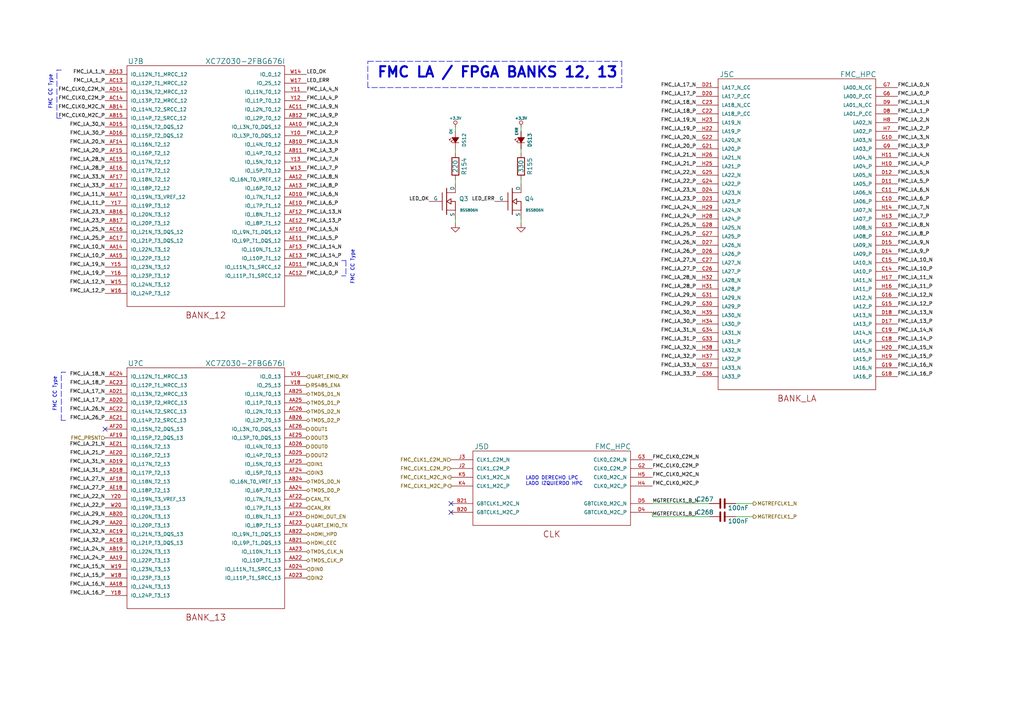
<source format=kicad_sch>
(kicad_sch (version 20231120) (generator "eeschema") (generator_version "8.0")
  (paper "A4")
  (title_block (title "CIAA-ACC FMC LA / FPGA BANKS 12, 13") (date "2019-08-28") (rev "V1.4") (company "COMPUTADORA INDUSTRIAL ABIERTA ARGENTINA. CIAA-ACC (HPC)") (comment 1 "Authors: See 'doc/CHANGES.txt' file.      License: See 'doc/LICENCIA_CIAA_ACC.txt' file."))
  (lib_symbols
    (symbol "CIAA_ACC:+3.3V" (power) (pin_names (offset 1.016))
      (property "Value" "+3.3V" (at 0 2.286 0))
      (symbol "+3.3V_0_0"
        (pin power_in line (at 0 0 90) (length 0) hide (name "+3.3V") (number "1"))
      )
    )
    (symbol "CIAA_ACC:C" (pin_numbers hide) (pin_names (offset 0.254))
      (property "Reference" "C" (at 0.635 2.54 0))
      (property "Value" "C" (at 0.635 -2.54 0))
      (symbol "C_1_1"
        (pin passive line (at 0 3.81 270) (length 2.794) (name "~") (number "1"))
        (pin passive line (at 0 -3.81 90) (length 2.794) (name "~") (number "2"))
      )
    )
    (symbol "CIAA_ACC:GND" (power) (pin_names (offset 0))
      (property "Value" "GND" (at 0 -3.81 0))
      (symbol "GND_1_1"
        (pin power_in line (at 0 0 270) (length 0) hide (name "GND") (number "1"))
      )
    )
    (symbol "CIAA_ACC:LED" (pin_numbers hide) (pin_names (offset 0.254) hide)
      (property "Reference" "DS" (at -1.27 3.175 0))
      (property "Value" "LED" (at -1.27 -2.54 0))
      (symbol "LED_1_1"
        (pin passive line (at 2.54 0 180) (length 1.778) (name "A") (number "1"))
        (pin passive line (at -2.54 0 0) (length 1.778) (name "K") (number "2"))
      )
    )
    (symbol "CIAA_ACC:MOSFET_N" (pin_numbers hide) (pin_names (offset 0))
      (property "Reference" "Q" (at 0.254 4.318 0))
      (property "Value" "MOSFET_N" (at 0.254 -3.81 0))
      (symbol "MOSFET_N_1_1"
        (pin passive line (at -5.08 0 0) (length 3.81) (name "G") (number "1"))
        (pin passive line (at 2.54 -5.08 90) (length 2.54) (name "S") (number "2"))
        (pin passive line (at 2.54 5.08 270) (length 2.54) (name "D") (number "3"))
      )
    )
    (symbol "CIAA_ACC:R" (pin_numbers hide) (pin_names (offset 0))
      (property "Reference" "R" (at 2.032 0 90))
      (property "Value" "R" (at 0 0 90))
      (symbol "R_1_1"
        (pin passive line (at 0 3.81 270) (length 1.27) (name "~") (number "1"))
        (pin passive line (at 0 -3.81 90) (length 1.27) (name "~") (number "2"))
      )
    )
    (symbol "FMC_HPC:FMC_HPC" (pin_names (offset 1.016))
      (property "Reference" "J" (at 0 2.54 0))
      (property "Value" "FMC_HPC" (at 0 0 0))
      (symbol "FMC_HPC_1_0"
        (text "BANK_HA" (at 0 -33.02 0) (effects (font (size 1.778 1.778))))
      )
      (symbol "FMC_HPC_1_1"
        (pin passive line (at 29.21 -13.97 180) (length 6.35) (name "HA09_N") (number "E10"))
        (pin passive line (at -29.21 24.13 0) (length 6.35) (name "HA13_P") (number "E12"))
        (pin passive line (at -29.21 26.67 0) (length 6.35) (name "HA13_N") (number "E13"))
        (pin passive line (at -29.21 8.89 0) (length 6.35) (name "HA16_P") (number "E15"))
        (pin passive line (at -29.21 11.43 0) (length 6.35) (name "HA16_N") (number "E16"))
        (pin passive line (at -29.21 -11.43 0) (length 6.35) (name "HA20_P") (number "E18"))
        (pin passive line (at -29.21 -8.89 0) (length 6.35) (name "HA20_N") (number "E19"))
        (pin passive line (at 29.21 24.13 180) (length 6.35) (name "HA01_P_CC") (number "E2"))
        (pin passive line (at 29.21 26.67 180) (length 6.35) (name "HA01_N_CC") (number "E3"))
        (pin passive line (at 29.21 3.81 180) (length 6.35) (name "HA05_P") (number "E6"))
        (pin passive line (at 29.21 6.35 180) (length 6.35) (name "HA05_N") (number "E7"))
        (pin passive line (at 29.21 -16.51 180) (length 6.35) (name "HA09_P") (number "E9"))
        (pin passive line (at 29.21 -11.43 180) (length 6.35) (name "HA08_P") (number "F10"))
        (pin passive line (at 29.21 -8.89 180) (length 6.35) (name "HA08_N") (number "F11"))
        (pin passive line (at -29.21 29.21 0) (length 6.35) (name "HA12_P") (number "F13"))
        (pin passive line (at -29.21 31.75 0) (length 6.35) (name "HA12_N") (number "F14"))
        (pin passive line (at -29.21 13.97 0) (length 6.35) (name "HA15_P") (number "F16"))
        (pin passive line (at -29.21 16.51 0) (length 6.35) (name "HA15_N") (number "F17"))
        (pin passive line (at -29.21 -6.35 0) (length 6.35) (name "HA19_P") (number "F19"))
        (pin passive line (at -29.21 -3.81 0) (length 6.35) (name "HA19_N") (number "F20"))
        (pin passive line (at 29.21 29.21 180) (length 6.35) (name "HA00_P_CC") (number "F4"))
        (pin passive line (at 29.21 31.75 180) (length 6.35) (name "HA00_N_CC") (number "F5"))
        (pin passive line (at 29.21 8.89 180) (length 6.35) (name "HA04_P") (number "F7"))
        (pin passive line (at 29.21 11.43 180) (length 6.35) (name "HA04_N") (number "F8"))
        (pin passive line (at 29.21 -3.81 180) (length 6.35) (name "HA07_N") (number "J10"))
        (pin passive line (at 29.21 -26.67 180) (length 6.35) (name "HA11_P") (number "J12"))
        (pin passive line (at 29.21 -24.13 180) (length 6.35) (name "HA11_N") (number "J13"))
        (pin passive line (at -29.21 19.05 0) (length 6.35) (name "HA14_P") (number "J15"))
        (pin passive line (at -29.21 21.59 0) (length 6.35) (name "HA14_N") (number "J16"))
        (pin passive line (at -29.21 -1.27 0) (length 6.35) (name "HA18_P") (number "J18"))
        (pin passive line (at -29.21 1.27 0) (length 6.35) (name "HA18_N") (number "J19"))
        (pin passive line (at -29.21 -21.59 0) (length 6.35) (name "HA22_P") (number "J21"))
        (pin passive line (at -29.21 -19.05 0) (length 6.35) (name "HA22_N") (number "J22"))
        (pin passive line (at 29.21 13.97 180) (length 6.35) (name "HA03_P") (number "J6"))
        (pin passive line (at 29.21 16.51 180) (length 6.35) (name "HA03_N") (number "J7"))
        (pin passive line (at 29.21 -6.35 180) (length 6.35) (name "HA07_P") (number "J9"))
        (pin passive line (at 29.21 -1.27 180) (length 6.35) (name "HA06_P") (number "K10"))
        (pin passive line (at 29.21 1.27 180) (length 6.35) (name "HA06_N") (number "K11"))
        (pin passive line (at 29.21 -21.59 180) (length 6.35) (name "HA10_P") (number "K13"))
        (pin passive line (at 29.21 -19.05 180) (length 6.35) (name "HA10_N") (number "K14"))
        (pin passive line (at -29.21 3.81 0) (length 6.35) (name "HA17_P_CC") (number "K16"))
        (pin passive line (at -29.21 6.35 0) (length 6.35) (name "HA17_N_CC") (number "K17"))
        (pin passive line (at -29.21 -16.51 0) (length 6.35) (name "HA21_P") (number "K19"))
        (pin passive line (at -29.21 -13.97 0) (length 6.35) (name "HA21_N") (number "K20"))
        (pin passive line (at -29.21 -26.67 0) (length 6.35) (name "HA23_P") (number "K22"))
        (pin passive line (at -29.21 -24.13 0) (length 6.35) (name "HA23_N") (number "K23"))
        (pin passive line (at 29.21 19.05 180) (length 6.35) (name "HA02_P") (number "K7"))
        (pin passive line (at 29.21 21.59 180) (length 6.35) (name "HA02_N") (number "K8"))
      )
      (symbol "FMC_HPC_2_0"
        (text "BANK_HB" (at 0 -30.48 0) (effects (font (size 1.778 1.778))))
      )
      (symbol "FMC_HPC_2_1"
        (pin passive line (at 29.21 11.43 180) (length 6.35) (name "HB03_P") (number "E21"))
        (pin passive line (at 29.21 13.97 180) (length 6.35) (name "HB03_N") (number "E22"))
        (pin passive line (at 29.21 1.27 180) (length 6.35) (name "HB05_P") (number "E24"))
        (pin passive line (at 29.21 3.81 180) (length 6.35) (name "HB05_N") (number "E25"))
        (pin passive line (at 29.21 -19.05 180) (length 6.35) (name "HB09_P") (number "E27"))
        (pin passive line (at 29.21 -16.51 180) (length 6.35) (name "HB09_N") (number "E28"))
        (pin passive line (at -29.21 16.51 0) (length 6.35) (name "HB13_P") (number "E30"))
        (pin passive line (at -29.21 19.05 0) (length 6.35) (name "HB13_N") (number "E31"))
        (pin passive line (at -29.21 -13.97 0) (length 6.35) (name "HB19_P") (number "E33"))
        (pin passive line (at -29.21 -11.43 0) (length 6.35) (name "HB19_N") (number "E34"))
        (pin passive line (at -29.21 -24.13 0) (length 6.35) (name "HB21_P") (number "E36"))
        (pin passive line (at -29.21 -21.59 0) (length 6.35) (name "HB21_N") (number "E37"))
        (pin passive line (at 29.21 16.51 180) (length 6.35) (name "HB02_P") (number "F22"))
        (pin passive line (at 29.21 19.05 180) (length 6.35) (name "HB02_N") (number "F23"))
        (pin passive line (at 29.21 6.35 180) (length 6.35) (name "HB04_P") (number "F25"))
        (pin passive line (at 29.21 8.89 180) (length 6.35) (name "HB04_N") (number "F26"))
        (pin passive line (at 29.21 -13.97 180) (length 6.35) (name "HB08_P") (number "F28"))
        (pin passive line (at 29.21 -11.43 180) (length 6.35) (name "HB08_N") (number "F29"))
        (pin passive line (at -29.21 21.59 0) (length 6.35) (name "HB12_P") (number "F31"))
        (pin passive line (at -29.21 24.13 0) (length 6.35) (name "HB12_N") (number "F32"))
        (pin passive line (at -29.21 1.27 0) (length 6.35) (name "HB16_P") (number "F34"))
        (pin passive line (at -29.21 3.81 0) (length 6.35) (name "HB16_N") (number "F35"))
        (pin passive line (at -29.21 -19.05 0) (length 6.35) (name "HB20_P") (number "F37"))
        (pin passive line (at -29.21 -16.51 0) (length 6.35) (name "HB20_N") (number "F38"))
        (pin passive line (at 29.21 21.59 180) (length 6.35) (name "HB01_P") (number "J24"))
        (pin passive line (at 29.21 24.13 180) (length 6.35) (name "HB01_N") (number "J25"))
        (pin passive line (at 29.21 -8.89 180) (length 6.35) (name "HB07_P") (number "J27"))
        (pin passive line (at 29.21 -6.35 180) (length 6.35) (name "HB07_N") (number "J28"))
        (pin passive line (at -29.21 26.67 0) (length 6.35) (name "HB11_P") (number "J30"))
        (pin passive line (at -29.21 29.21 0) (length 6.35) (name "HB11_N") (number "J31"))
        (pin passive line (at -29.21 6.35 0) (length 6.35) (name "HB15_P") (number "J33"))
        (pin passive line (at -29.21 8.89 0) (length 6.35) (name "HB15_N") (number "J34"))
        (pin passive line (at -29.21 -8.89 0) (length 6.35) (name "HB18_P") (number "J36"))
        (pin passive line (at -29.21 -6.35 0) (length 6.35) (name "HB18_N") (number "J37"))
        (pin passive line (at 29.21 26.67 180) (length 6.35) (name "HB00_P_CC") (number "K25"))
        (pin passive line (at 29.21 29.21 180) (length 6.35) (name "HB00_N_CC") (number "K26"))
        (pin passive line (at 29.21 -3.81 180) (length 6.35) (name "HB06_P_CC") (number "K28"))
        (pin passive line (at 29.21 -1.27 180) (length 6.35) (name "HB06_N_CC") (number "K29"))
        (pin passive line (at 29.21 -24.13 180) (length 6.35) (name "HB10_P") (number "K31"))
        (pin passive line (at 29.21 -21.59 180) (length 6.35) (name "HB10_N") (number "K32"))
        (pin passive line (at -29.21 11.43 0) (length 6.35) (name "HB14_P") (number "K34"))
        (pin passive line (at -29.21 13.97 0) (length 6.35) (name "HB14_N") (number "K35"))
        (pin passive line (at -29.21 -3.81 0) (length 6.35) (name "HB17_P_CC") (number "K37"))
        (pin passive line (at -29.21 -1.27 0) (length 6.35) (name "HB17_N_CC") (number "K38"))
      )
      (symbol "FMC_HPC_3_0"
        (text "BANK_LA" (at 0 -45.72 0) (effects (font (size 1.778 1.778))))
      )
      (symbol "FMC_HPC_3_1"
        (pin passive line (at 29.21 11.43 180) (length 6.35) (name "LA06_P") (number "C10"))
        (pin passive line (at 29.21 13.97 180) (length 6.35) (name "LA06_N") (number "C11"))
        (pin passive line (at 29.21 -8.89 180) (length 6.35) (name "LA10_P") (number "C14"))
        (pin passive line (at 29.21 -6.35 180) (length 6.35) (name "LA10_N") (number "C15"))
        (pin passive line (at 29.21 -29.21 180) (length 6.35) (name "LA14_P") (number "C18"))
        (pin passive line (at 29.21 -26.67 180) (length 6.35) (name "LA14_N") (number "C19"))
        (pin passive line (at -29.21 36.83 0) (length 6.35) (name "LA18_P_CC") (number "C22"))
        (pin passive line (at -29.21 39.37 0) (length 6.35) (name "LA18_N_CC") (number "C23"))
        (pin passive line (at -29.21 -8.89 0) (length 6.35) (name "LA27_P") (number "C26"))
        (pin passive line (at -29.21 -6.35 0) (length 6.35) (name "LA27_N") (number "C27"))
        (pin passive line (at 29.21 16.51 180) (length 6.35) (name "LA05_P") (number "D11"))
        (pin passive line (at 29.21 19.05 180) (length 6.35) (name "LA05_N") (number "D12"))
        (pin passive line (at 29.21 -3.81 180) (length 6.35) (name "LA09_P") (number "D14"))
        (pin passive line (at 29.21 -1.27 180) (length 6.35) (name "LA09_N") (number "D15"))
        (pin passive line (at 29.21 -24.13 180) (length 6.35) (name "LA13_P") (number "D17"))
        (pin passive line (at 29.21 -21.59 180) (length 6.35) (name "LA13_N") (number "D18"))
        (pin passive line (at -29.21 41.91 0) (length 6.35) (name "LA17_P_CC") (number "D20"))
        (pin passive line (at -29.21 44.45 0) (length 6.35) (name "LA17_N_CC") (number "D21"))
        (pin passive line (at -29.21 11.43 0) (length 6.35) (name "LA23_P") (number "D23"))
        (pin passive line (at -29.21 13.97 0) (length 6.35) (name "LA23_N") (number "D24"))
        (pin passive line (at -29.21 -3.81 0) (length 6.35) (name "LA26_P") (number "D26"))
        (pin passive line (at -29.21 -1.27 0) (length 6.35) (name "LA26_N") (number "D27"))
        (pin passive line (at 29.21 36.83 180) (length 6.35) (name "LA01_P_CC") (number "D8"))
        (pin passive line (at 29.21 39.37 180) (length 6.35) (name "LA01_N_CC") (number "D9"))
        (pin passive line (at 29.21 29.21 180) (length 6.35) (name "LA03_N") (number "G10"))
        (pin passive line (at 29.21 1.27 180) (length 6.35) (name "LA08_P") (number "G12"))
        (pin passive line (at 29.21 3.81 180) (length 6.35) (name "LA08_N") (number "G13"))
        (pin passive line (at 29.21 -19.05 180) (length 6.35) (name "LA12_P") (number "G15"))
        (pin passive line (at 29.21 -16.51 180) (length 6.35) (name "LA12_N") (number "G16"))
        (pin passive line (at 29.21 -39.37 180) (length 6.35) (name "LA16_P") (number "G18"))
        (pin passive line (at 29.21 -36.83 180) (length 6.35) (name "LA16_N") (number "G19"))
        (pin passive line (at -29.21 26.67 0) (length 6.35) (name "LA20_P") (number "G21"))
        (pin passive line (at -29.21 29.21 0) (length 6.35) (name "LA20_N") (number "G22"))
        (pin passive line (at -29.21 16.51 0) (length 6.35) (name "LA22_P") (number "G24"))
        (pin passive line (at -29.21 19.05 0) (length 6.35) (name "LA22_N") (number "G25"))
        (pin passive line (at -29.21 1.27 0) (length 6.35) (name "LA25_P") (number "G27"))
        (pin passive line (at -29.21 3.81 0) (length 6.35) (name "LA25_N") (number "G28"))
        (pin passive line (at -29.21 -19.05 0) (length 6.35) (name "LA29_P") (number "G30"))
        (pin passive line (at -29.21 -16.51 0) (length 6.35) (name "LA29_N") (number "G31"))
        (pin passive line (at -29.21 -29.21 0) (length 6.35) (name "LA31_P") (number "G33"))
        (pin passive line (at -29.21 -26.67 0) (length 6.35) (name "LA31_N") (number "G34"))
        (pin passive line (at -29.21 -39.37 0) (length 6.35) (name "LA33_P") (number "G36"))
        (pin passive line (at -29.21 -36.83 0) (length 6.35) (name "LA33_N") (number "G37"))
        (pin passive line (at 29.21 41.91 180) (length 6.35) (name "LA00_P_CC") (number "G6"))
        (pin passive line (at 29.21 44.45 180) (length 6.35) (name "LA00_N_CC") (number "G7"))
        (pin passive line (at 29.21 26.67 180) (length 6.35) (name "LA03_P") (number "G9"))
        (pin passive line (at 29.21 21.59 180) (length 6.35) (name "LA04_P") (number "H10"))
        (pin passive line (at 29.21 24.13 180) (length 6.35) (name "LA04_N") (number "H11"))
        (pin passive line (at 29.21 6.35 180) (length 6.35) (name "LA07_P") (number "H13"))
        (pin passive line (at 29.21 8.89 180) (length 6.35) (name "LA07_N") (number "H14"))
        (pin passive line (at 29.21 -13.97 180) (length 6.35) (name "LA11_P") (number "H16"))
        (pin passive line (at 29.21 -11.43 180) (length 6.35) (name "LA11_N") (number "H17"))
        (pin passive line (at 29.21 -34.29 180) (length 6.35) (name "LA15_P") (number "H19"))
        (pin passive line (at 29.21 -31.75 180) (length 6.35) (name "LA15_N") (number "H20"))
        (pin passive line (at -29.21 31.75 0) (length 6.35) (name "LA19_P") (number "H22"))
        (pin passive line (at -29.21 34.29 0) (length 6.35) (name "LA19_N") (number "H23"))
        (pin passive line (at -29.21 21.59 0) (length 6.35) (name "LA21_P") (number "H25"))
        (pin passive line (at -29.21 24.13 0) (length 6.35) (name "LA21_N") (number "H26"))
        (pin passive line (at -29.21 6.35 0) (length 6.35) (name "LA24_P") (number "H28"))
        (pin passive line (at -29.21 8.89 0) (length 6.35) (name "LA24_N") (number "H29"))
        (pin passive line (at -29.21 -13.97 0) (length 6.35) (name "LA28_P") (number "H31"))
        (pin passive line (at -29.21 -11.43 0) (length 6.35) (name "LA28_N") (number "H32"))
        (pin passive line (at -29.21 -24.13 0) (length 6.35) (name "LA30_P") (number "H34"))
        (pin passive line (at -29.21 -21.59 0) (length 6.35) (name "LA30_N") (number "H35"))
        (pin passive line (at -29.21 -34.29 0) (length 6.35) (name "LA32_P") (number "H37"))
        (pin passive line (at -29.21 -31.75 0) (length 6.35) (name "LA32_N") (number "H38"))
        (pin passive line (at 29.21 31.75 180) (length 6.35) (name "LA02_P") (number "H7"))
        (pin passive line (at 29.21 34.29 180) (length 6.35) (name "LA02_N") (number "H8"))
      )
      (symbol "FMC_HPC_4_0"
        (text "CLK" (at 0 -12.7 0) (effects (font (size 1.778 1.778))))
      )
      (symbol "FMC_HPC_4_1"
        (pin passive line (at -29.21 -6.35 0) (length 6.35) (name "GBTCLK1_M2C_P") (number "B20"))
        (pin passive line (at -29.21 -3.81 0) (length 6.35) (name "GBTCLK1_M2C_N") (number "B21"))
        (pin passive line (at 29.21 -6.35 180) (length 6.35) (name "GBTCLK0_M2C_P") (number "D4"))
        (pin passive line (at 29.21 -3.81 180) (length 6.35) (name "GBTCLK0_M2C_N") (number "D5"))
        (pin passive line (at 29.21 6.35 180) (length 6.35) (name "CLK0_C2M_P") (number "G2"))
        (pin passive line (at 29.21 8.89 180) (length 6.35) (name "CLK0_C2M_N") (number "G3"))
        (pin passive line (at 29.21 1.27 180) (length 6.35) (name "CLK0_M2C_P") (number "H4"))
        (pin passive line (at 29.21 3.81 180) (length 6.35) (name "CLK0_M2C_N") (number "H5"))
        (pin passive line (at -29.21 6.35 0) (length 6.35) (name "CLK1_C2M_P") (number "J2"))
        (pin passive line (at -29.21 8.89 0) (length 6.35) (name "CLK1_C2M_N") (number "J3"))
        (pin passive line (at -29.21 1.27 0) (length 6.35) (name "CLK1_M2C_P") (number "K4"))
        (pin passive line (at -29.21 3.81 0) (length 6.35) (name "CLK1_M2C_N") (number "K5"))
      )
      (symbol "FMC_HPC_5_0"
        (text "GND" (at 0 -105.41 0) (effects (font (size 1.778 1.778))))
      )
      (symbol "FMC_HPC_5_1"
        (pin passive line (at -29.21 101.6 0) (length 6.35) (name "GND") (number "A1"))
        (pin passive line (at -29.21 88.9 0) (length 6.35) (name "GND") (number "A12"))
        (pin passive line (at -29.21 86.36 0) (length 6.35) (name "GND") (number "A13"))
        (pin passive line (at -29.21 83.82 0) (length 6.35) (name "GND") (number "A16"))
        (pin passive line (at -29.21 81.28 0) (length 6.35) (name "GND") (number "A17"))
        (pin passive line (at -29.21 78.74 0) (length 6.35) (name "GND") (number "A20"))
        (pin passive line (at -29.21 76.2 0) (length 6.35) (name "GND") (number "A21"))
        (pin passive line (at -29.21 73.66 0) (length 6.35) (name "GND") (number "A24"))
        (pin passive line (at -29.21 71.12 0) (length 6.35) (name "GND") (number "A25"))
        (pin passive line (at -29.21 68.58 0) (length 6.35) (name "GND") (number "A28"))
        (pin passive line (at -29.21 66.04 0) (length 6.35) (name "GND") (number "A29"))
        (pin passive line (at -29.21 63.5 0) (length 6.35) (name "GND") (number "A32"))
        (pin passive line (at -29.21 60.96 0) (length 6.35) (name "GND") (number "A33"))
        (pin passive line (at -29.21 58.42 0) (length 6.35) (name "GND") (number "A36"))
        (pin passive line (at -29.21 55.88 0) (length 6.35) (name "GND") (number "A37"))
        (pin passive line (at -29.21 99.06 0) (length 6.35) (name "GND") (number "A4"))
        (pin passive line (at -29.21 53.34 0) (length 6.35) (name "GND") (number "A40"))
        (pin passive line (at -29.21 96.52 0) (length 6.35) (name "GND") (number "A5"))
        (pin passive line (at -29.21 93.98 0) (length 6.35) (name "GND") (number "A8"))
        (pin passive line (at -29.21 91.44 0) (length 6.35) (name "GND") (number "A9"))
        (pin passive line (at -29.21 40.64 0) (length 6.35) (name "GND") (number "B10"))
        (pin passive line (at -29.21 38.1 0) (length 6.35) (name "GND") (number "B11"))
        (pin passive line (at -29.21 35.56 0) (length 6.35) (name "GND") (number "B14"))
        (pin passive line (at -29.21 33.02 0) (length 6.35) (name "GND") (number "B15"))
        (pin passive line (at -29.21 30.48 0) (length 6.35) (name "GND") (number "B18"))
        (pin passive line (at -29.21 27.94 0) (length 6.35) (name "GND") (number "B19"))
        (pin passive line (at -29.21 50.8 0) (length 6.35) (name "GND") (number "B2"))
        (pin passive line (at -29.21 25.4 0) (length 6.35) (name "GND") (number "B22"))
        (pin passive line (at -29.21 22.86 0) (length 6.35) (name "GND") (number "B23"))
        (pin passive line (at -29.21 20.32 0) (length 6.35) (name "GND") (number "B26"))
        (pin passive line (at -29.21 17.78 0) (length 6.35) (name "GND") (number "B27"))
        (pin passive line (at -29.21 48.26 0) (length 6.35) (name "GND") (number "B3"))
        (pin passive line (at -29.21 15.24 0) (length 6.35) (name "GND") (number "B30"))
        (pin passive line (at -29.21 12.7 0) (length 6.35) (name "GND") (number "B31"))
        (pin passive line (at -29.21 10.16 0) (length 6.35) (name "GND") (number "B34"))
        (pin passive line (at -29.21 7.62 0) (length 6.35) (name "GND") (number "B35"))
        (pin passive line (at -29.21 5.08 0) (length 6.35) (name "GND") (number "B38"))
        (pin passive line (at -29.21 2.54 0) (length 6.35) (name "GND") (number "B39"))
        (pin passive line (at -29.21 45.72 0) (length 6.35) (name "GND") (number "B6"))
        (pin passive line (at -29.21 43.18 0) (length 6.35) (name "GND") (number "B7"))
        (pin passive line (at -29.21 0 0) (length 6.35) (name "GND") (number "C1"))
        (pin passive line (at -29.21 -12.7 0) (length 6.35) (name "GND") (number "C12"))
        (pin passive line (at -29.21 -15.24 0) (length 6.35) (name "GND") (number "C13"))
        (pin passive line (at -29.21 -17.78 0) (length 6.35) (name "GND") (number "C16"))
        (pin passive line (at -29.21 -20.32 0) (length 6.35) (name "GND") (number "C17"))
        (pin passive line (at -29.21 -22.86 0) (length 6.35) (name "GND") (number "C20"))
        (pin passive line (at -29.21 -25.4 0) (length 6.35) (name "GND") (number "C21"))
        (pin passive line (at -29.21 -27.94 0) (length 6.35) (name "GND") (number "C24"))
        (pin passive line (at -29.21 -30.48 0) (length 6.35) (name "GND") (number "C25"))
        (pin passive line (at -29.21 -33.02 0) (length 6.35) (name "GND") (number "C28"))
        (pin passive line (at -29.21 -35.56 0) (length 6.35) (name "GND") (number "C29"))
        (pin passive line (at -29.21 -38.1 0) (length 6.35) (name "GND") (number "C32"))
        (pin passive line (at -29.21 -40.64 0) (length 6.35) (name "GND") (number "C33"))
        (pin passive line (at -29.21 -43.18 0) (length 6.35) (name "GND") (number "C36"))
        (pin passive line (at -29.21 -45.72 0) (length 6.35) (name "GND") (number "C38"))
        (pin passive line (at -29.21 -2.54 0) (length 6.35) (name "GND") (number "C4"))
        (pin passive line (at -29.21 -48.26 0) (length 6.35) (name "GND") (number "C40"))
        (pin passive line (at -29.21 -5.08 0) (length 6.35) (name "GND") (number "C5"))
        (pin passive line (at -29.21 -7.62 0) (length 6.35) (name "GND") (number "C8"))
        (pin passive line (at -29.21 -10.16 0) (length 6.35) (name "GND") (number "C9"))
        (pin passive line (at -29.21 -60.96 0) (length 6.35) (name "GND") (number "D10"))
        (pin passive line (at -29.21 -63.5 0) (length 6.35) (name "GND") (number "D13"))
        (pin passive line (at -29.21 -66.04 0) (length 6.35) (name "GND") (number "D16"))
        (pin passive line (at -29.21 -68.58 0) (length 6.35) (name "GND") (number "D19"))
        (pin passive line (at -29.21 -50.8 0) (length 6.35) (name "GND") (number "D2"))
        (pin passive line (at -29.21 -71.12 0) (length 6.35) (name "GND") (number "D22"))
        (pin passive line (at -29.21 -73.66 0) (length 6.35) (name "GND") (number "D25"))
        (pin passive line (at -29.21 -76.2 0) (length 6.35) (name "GND") (number "D28"))
        (pin passive line (at -29.21 -53.34 0) (length 6.35) (name "GND") (number "D3"))
        (pin passive line (at -29.21 -78.74 0) (length 6.35) (name "GND") (number "D37"))
        (pin passive line (at -29.21 -81.28 0) (length 6.35) (name "GND") (number "D39"))
        (pin passive line (at -29.21 -55.88 0) (length 6.35) (name "GND") (number "D6"))
        (pin passive line (at -29.21 -58.42 0) (length 6.35) (name "GND") (number "D7"))
        (pin passive line (at 29.21 101.6 180) (length 6.35) (name "GND") (number "E1"))
        (pin passive line (at 29.21 91.44 180) (length 6.35) (name "GND") (number "E11"))
        (pin passive line (at 29.21 88.9 180) (length 6.35) (name "GND") (number "E14"))
        (pin passive line (at 29.21 86.36 180) (length 6.35) (name "GND") (number "E17"))
        (pin passive line (at 29.21 83.82 180) (length 6.35) (name "GND") (number "E20"))
        (pin passive line (at 29.21 81.28 180) (length 6.35) (name "GND") (number "E23"))
        (pin passive line (at -29.21 -83.82 0) (length 6.35) (name "GND") (number "E26"))
        (pin passive line (at -29.21 -86.36 0) (length 6.35) (name "GND") (number "E29"))
        (pin passive line (at -29.21 -88.9 0) (length 6.35) (name "GND") (number "E32"))
        (pin passive line (at -29.21 -91.44 0) (length 6.35) (name "GND") (number "E35"))
        (pin passive line (at -29.21 -93.98 0) (length 6.35) (name "GND") (number "E38"))
        (pin passive line (at 29.21 99.06 180) (length 6.35) (name "GND") (number "E4"))
        (pin passive line (at -29.21 -96.52 0) (length 6.35) (name "GND") (number "E40"))
        (pin passive line (at 29.21 96.52 180) (length 6.35) (name "GND") (number "E5"))
        (pin passive line (at 29.21 93.98 180) (length 6.35) (name "GND") (number "E8"))
        (pin passive line (at 29.21 68.58 180) (length 6.35) (name "GND") (number "F12"))
        (pin passive line (at 29.21 66.04 180) (length 6.35) (name "GND") (number "F15"))
        (pin passive line (at 29.21 63.5 180) (length 6.35) (name "GND") (number "F18"))
        (pin passive line (at 29.21 78.74 180) (length 6.35) (name "GND") (number "F2"))
        (pin passive line (at 29.21 60.96 180) (length 6.35) (name "GND") (number "F21"))
        (pin passive line (at 29.21 58.42 180) (length 6.35) (name "GND") (number "F24"))
        (pin passive line (at 29.21 55.88 180) (length 6.35) (name "GND") (number "F27"))
        (pin passive line (at 29.21 76.2 180) (length 6.35) (name "GND") (number "F3"))
        (pin passive line (at 29.21 53.34 180) (length 6.35) (name "GND") (number "F30"))
        (pin passive line (at 29.21 50.8 180) (length 6.35) (name "GND") (number "F33"))
        (pin passive line (at 29.21 48.26 180) (length 6.35) (name "GND") (number "F36"))
        (pin passive line (at 29.21 45.72 180) (length 6.35) (name "GND") (number "F39"))
        (pin passive line (at 29.21 73.66 180) (length 6.35) (name "GND") (number "F6"))
        (pin passive line (at 29.21 71.12 180) (length 6.35) (name "GND") (number "F9"))
        (pin passive line (at 29.21 43.18 180) (length 6.35) (name "GND") (number "G1"))
        (pin passive line (at 29.21 33.02 180) (length 6.35) (name "GND") (number "G11"))
        (pin passive line (at 29.21 30.48 180) (length 6.35) (name "GND") (number "G14"))
        (pin passive line (at 29.21 27.94 180) (length 6.35) (name "GND") (number "G17"))
        (pin passive line (at 29.21 25.4 180) (length 6.35) (name "GND") (number "G20"))
        (pin passive line (at 29.21 22.86 180) (length 6.35) (name "GND") (number "G23"))
        (pin passive line (at 29.21 20.32 180) (length 6.35) (name "GND") (number "G26"))
        (pin passive line (at 29.21 17.78 180) (length 6.35) (name "GND") (number "G29"))
        (pin passive line (at 29.21 15.24 180) (length 6.35) (name "GND") (number "G32"))
        (pin passive line (at 29.21 12.7 180) (length 6.35) (name "GND") (number "G35"))
        (pin passive line (at 29.21 10.16 180) (length 6.35) (name "GND") (number "G38"))
        (pin passive line (at 29.21 40.64 180) (length 6.35) (name "GND") (number "G4"))
        (pin passive line (at 29.21 7.62 180) (length 6.35) (name "GND") (number "G40"))
        (pin passive line (at 29.21 38.1 180) (length 6.35) (name "GND") (number "G5"))
        (pin passive line (at 29.21 35.56 180) (length 6.35) (name "GND") (number "G8"))
        (pin passive line (at 29.21 -2.54 180) (length 6.35) (name "GND") (number "H12"))
        (pin passive line (at 29.21 -5.08 180) (length 6.35) (name "GND") (number "H15"))
        (pin passive line (at 29.21 -7.62 180) (length 6.35) (name "GND") (number "H18"))
        (pin passive line (at 29.21 -10.16 180) (length 6.35) (name "GND") (number "H21"))
        (pin passive line (at 29.21 -12.7 180) (length 6.35) (name "GND") (number "H24"))
        (pin passive line (at 29.21 -15.24 180) (length 6.35) (name "GND") (number "H27"))
        (pin passive line (at 29.21 5.08 180) (length 6.35) (name "GND") (number "H3"))
        (pin passive line (at 29.21 -17.78 180) (length 6.35) (name "GND") (number "H30"))
        (pin passive line (at 29.21 -20.32 180) (length 6.35) (name "GND") (number "H33"))
        (pin passive line (at 29.21 -22.86 180) (length 6.35) (name "GND") (number "H36"))
        (pin passive line (at 29.21 -25.4 180) (length 6.35) (name "GND") (number "H39"))
        (pin passive line (at 29.21 2.54 180) (length 6.35) (name "GND") (number "H6"))
        (pin passive line (at 29.21 0 180) (length 6.35) (name "GND") (number "H9"))
        (pin passive line (at 29.21 -27.94 180) (length 6.35) (name "GND") (number "J1"))
        (pin passive line (at 29.21 -38.1 180) (length 6.35) (name "GND") (number "J11"))
        (pin passive line (at 29.21 -40.64 180) (length 6.35) (name "GND") (number "J14"))
        (pin passive line (at 29.21 -43.18 180) (length 6.35) (name "GND") (number "J17"))
        (pin passive line (at 29.21 -45.72 180) (length 6.35) (name "GND") (number "J20"))
        (pin passive line (at 29.21 -48.26 180) (length 6.35) (name "GND") (number "J23"))
        (pin passive line (at 29.21 -50.8 180) (length 6.35) (name "GND") (number "J26"))
        (pin passive line (at 29.21 -53.34 180) (length 6.35) (name "GND") (number "J29"))
        (pin passive line (at 29.21 -55.88 180) (length 6.35) (name "GND") (number "J32"))
        (pin passive line (at 29.21 -58.42 180) (length 6.35) (name "GND") (number "J35"))
        (pin passive line (at 29.21 -60.96 180) (length 6.35) (name "GND") (number "J38"))
        (pin passive line (at 29.21 -30.48 180) (length 6.35) (name "GND") (number "J4"))
        (pin passive line (at 29.21 -63.5 180) (length 6.35) (name "GND") (number "J40"))
        (pin passive line (at 29.21 -33.02 180) (length 6.35) (name "GND") (number "J5"))
        (pin passive line (at 29.21 -35.56 180) (length 6.35) (name "GND") (number "J8"))
        (pin passive line (at 29.21 -76.2 180) (length 6.35) (name "GND") (number "K12"))
        (pin passive line (at 29.21 -78.74 180) (length 6.35) (name "GND") (number "K15"))
        (pin passive line (at 29.21 -81.28 180) (length 6.35) (name "GND") (number "K18"))
        (pin passive line (at 29.21 -66.04 180) (length 6.35) (name "GND") (number "K2"))
        (pin passive line (at 29.21 -83.82 180) (length 6.35) (name "GND") (number "K21"))
        (pin passive line (at 29.21 -86.36 180) (length 6.35) (name "GND") (number "K24"))
        (pin passive line (at 29.21 -88.9 180) (length 6.35) (name "GND") (number "K27"))
        (pin passive line (at 29.21 -68.58 180) (length 6.35) (name "GND") (number "K3"))
        (pin passive line (at 29.21 -91.44 180) (length 6.35) (name "GND") (number "K30"))
        (pin passive line (at 29.21 -93.98 180) (length 6.35) (name "GND") (number "K33"))
        (pin passive line (at 29.21 -96.52 180) (length 6.35) (name "GND") (number "K36"))
        (pin passive line (at 29.21 -99.06 180) (length 6.35) (name "GND") (number "K39"))
        (pin passive line (at 29.21 -71.12 180) (length 6.35) (name "GND") (number "K6"))
        (pin passive line (at 29.21 -73.66 180) (length 6.35) (name "GND") (number "K9"))
      )
      (symbol "FMC_HPC_6_0"
        (text "MGMT" (at 0 -21.59 0) (effects (font (size 1.778 1.778))))
      )
      (symbol "FMC_HPC_6_1"
        (pin passive line (at 29.21 7.62 180) (length 6.35) (name "RES1") (number "B1"))
        (pin passive line (at 29.21 10.16 180) (length 6.35) (name "RES0") (number "B40"))
        (pin passive line (at -29.21 5.08 0) (length 6.35) (name "SCL") (number "C30"))
        (pin passive line (at -29.21 2.54 0) (length 6.35) (name "SDA") (number "C31"))
        (pin passive line (at -29.21 10.16 0) (length 6.35) (name "GA0") (number "C34"))
        (pin passive line (at 29.21 2.54 180) (length 6.35) (name "PG_C2M") (number "D1"))
        (pin passive line (at 29.21 -5.08 180) (length 6.35) (name "TCK") (number "D29"))
        (pin passive line (at 29.21 -7.62 180) (length 6.35) (name "TDI") (number "D30"))
        (pin passive line (at 29.21 -10.16 180) (length 6.35) (name "TDO") (number "D31"))
        (pin passive line (at 29.21 -12.7 180) (length 6.35) (name "TMS") (number "D33"))
        (pin passive line (at 29.21 -15.24 180) (length 6.35) (name "TRST_L") (number "D34"))
        (pin passive line (at -29.21 7.62 0) (length 6.35) (name "GA1") (number "D35"))
        (pin passive line (at 29.21 0 180) (length 6.35) (name "PG_M2C") (number "F1"))
        (pin passive line (at -29.21 -2.54 0) (length 6.35) (name "PRSNT_M2C_L") (number "H2"))
      )
      (symbol "FMC_HPC_7_0"
        (text "PWR" (at 0 -19.05 0) (effects (font (size 1.778 1.778))))
      )
      (symbol "FMC_HPC_7_1"
        (pin passive line (at -29.21 5.08 0) (length 6.35) (name "12P0V") (number "C35"))
        (pin passive line (at -29.21 2.54 0) (length 6.35) (name "12P0V") (number "C37"))
        (pin passive line (at 29.21 10.16 180) (length 6.35) (name "3P3V") (number "C39"))
        (pin passive line (at -29.21 10.16 0) (length 6.35) (name "3P3VAUX") (number "D32"))
        (pin passive line (at 29.21 7.62 180) (length 6.35) (name "3P3V") (number "D36"))
        (pin passive line (at 29.21 5.08 180) (length 6.35) (name "3P3V") (number "D38"))
        (pin passive line (at 29.21 2.54 180) (length 6.35) (name "3P3V") (number "D40"))
        (pin passive line (at 29.21 -2.54 180) (length 6.35) (name "VADJ") (number "E39"))
        (pin passive line (at 29.21 -5.08 180) (length 6.35) (name "VADJ") (number "F40"))
        (pin passive line (at 29.21 -7.62 180) (length 6.35) (name "VADJ") (number "G39"))
        (pin passive line (at -29.21 -10.16 0) (length 6.35) (name "VREF_A_M2C") (number "H1"))
        (pin passive line (at 29.21 -10.16 180) (length 6.35) (name "VADJ") (number "H40"))
        (pin passive line (at -29.21 -2.54 0) (length 6.35) (name "VIO_B_M2C") (number "J39"))
        (pin passive line (at -29.21 -12.7 0) (length 6.35) (name "VREF_B_M2C") (number "K1"))
        (pin passive line (at -29.21 -5.08 0) (length 6.35) (name "VIO_B_M2C") (number "K40"))
      )
      (symbol "FMC_HPC_8_0"
        (text "TXRX" (at 0 -27.94 0) (effects (font (size 1.778 1.778))))
      )
      (symbol "FMC_HPC_8_1"
        (pin passive line (at 29.21 -11.43 180) (length 6.35) (name "DP3_M2C_P") (number "A10"))
        (pin passive line (at 29.21 -8.89 180) (length 6.35) (name "DP3_M2C_N") (number "A11"))
        (pin passive line (at 29.21 -21.59 180) (length 6.35) (name "DP4_M2C_P") (number "A14"))
        (pin passive line (at 29.21 -19.05 180) (length 6.35) (name "DP4_M2C_N") (number "A15"))
        (pin passive line (at -29.21 19.05 0) (length 6.35) (name "DP5_M2C_P") (number "A18"))
        (pin passive line (at -29.21 21.59 0) (length 6.35) (name "DP5_M2C_N") (number "A19"))
        (pin passive line (at 29.21 8.89 180) (length 6.35) (name "DP1_M2C_P") (number "A2"))
        (pin passive line (at 29.21 13.97 180) (length 6.35) (name "DP1_C2M_P") (number "A22"))
        (pin passive line (at 29.21 16.51 180) (length 6.35) (name "DP1_C2M_N") (number "A23"))
        (pin passive line (at 29.21 3.81 180) (length 6.35) (name "DP2_C2M_P") (number "A26"))
        (pin passive line (at 29.21 6.35 180) (length 6.35) (name "DP2_C2M_N") (number "A27"))
        (pin passive line (at 29.21 11.43 180) (length 6.35) (name "DP1_M2C_N") (number "A3"))
        (pin passive line (at 29.21 -6.35 180) (length 6.35) (name "DP3_C2M_P") (number "A30"))
        (pin passive line (at 29.21 -3.81 180) (length 6.35) (name "DP3_C2M_N") (number "A31"))
        (pin passive line (at 29.21 -16.51 180) (length 6.35) (name "DP4_C2M_P") (number "A34"))
        (pin passive line (at 29.21 -13.97 180) (length 6.35) (name "DP4_C2M_N") (number "A35"))
        (pin passive line (at -29.21 24.13 0) (length 6.35) (name "DP5_C2M_P") (number "A38"))
        (pin passive line (at -29.21 26.67 0) (length 6.35) (name "DP5_C2M_N") (number "A39"))
        (pin passive line (at 29.21 -1.27 180) (length 6.35) (name "DP2_M2C_P") (number "A6"))
        (pin passive line (at 29.21 1.27 180) (length 6.35) (name "DP2_M2C_N") (number "A7"))
        (pin passive line (at -29.21 -1.27 0) (length 6.35) (name "DP7_M2C_P") (number "B12"))
        (pin passive line (at -29.21 1.27 0) (length 6.35) (name "DP7_M2C_N") (number "B13"))
        (pin passive line (at -29.21 8.89 0) (length 6.35) (name "DP6_M2C_P") (number "B16"))
        (pin passive line (at -29.21 11.43 0) (length 6.35) (name "DP6_M2C_N") (number "B17"))
        (pin passive line (at -29.21 -16.51 0) (length 6.35) (name "DP9_C2M_P") (number "B24"))
        (pin passive line (at -29.21 -13.97 0) (length 6.35) (name "DP9_C2M_N") (number "B25"))
        (pin passive line (at -29.21 -6.35 0) (length 6.35) (name "DP8_C2M_P") (number "B28"))
        (pin passive line (at -29.21 -3.81 0) (length 6.35) (name "DP8_C2M_N") (number "B29"))
        (pin passive line (at -29.21 3.81 0) (length 6.35) (name "DP7_C2M_P") (number "B32"))
        (pin passive line (at -29.21 6.35 0) (length 6.35) (name "DP7_C2M_N") (number "B33"))
        (pin passive line (at -29.21 13.97 0) (length 6.35) (name "DP6_C2M_P") (number "B36"))
        (pin passive line (at -29.21 16.51 0) (length 6.35) (name "DP6_C2M_N") (number "B37"))
        (pin passive line (at -29.21 -21.59 0) (length 6.35) (name "DP9_M2C_P") (number "B4"))
        (pin passive line (at -29.21 -19.05 0) (length 6.35) (name "DP9_M2C_N") (number "B5"))
        (pin passive line (at -29.21 -11.43 0) (length 6.35) (name "DP8_M2C_P") (number "B8"))
        (pin passive line (at -29.21 -8.89 0) (length 6.35) (name "DP8_M2C_N") (number "B9"))
        (pin passive line (at 29.21 24.13 180) (length 6.35) (name "DP0_C2M_P") (number "C2"))
        (pin passive line (at 29.21 26.67 180) (length 6.35) (name "DP0_C2M_N") (number "C3"))
        (pin passive line (at 29.21 19.05 180) (length 6.35) (name "DP0_M2C_P") (number "C6"))
        (pin passive line (at 29.21 21.59 180) (length 6.35) (name "DP0_M2C_N") (number "C7"))
      )
    )
    (symbol "XC7Z030_FBG676:XC7Z030_FBG676" (pin_names (offset 1.016))
      (property "Reference" "U" (at 0 2.54 0))
      (property "Value" "XC7Z030_FBG676" (at 0 0 0))
      (symbol "XC7Z030_FBG676_1_0"
        (text "BANK_0" (at 0 -38.1 0) (effects (font (size 1.778 1.778))))
      )
      (symbol "XC7Z030_FBG676_1_1"
        (pin power_in line (at 29.21 3.81 180) (length 6.35) (name "GNDADC_0") (number "M13"))
        (pin power_in line (at 29.21 -19.05 180) (length 6.35) (name "VCCADC_0") (number "M14"))
        (pin input line (at 29.21 -29.21 180) (length 6.35) (name "VREFN_0") (number "N13"))
        (pin input line (at 29.21 -26.67 180) (length 6.35) (name "VP_0") (number "N14"))
        (pin input line (at 29.21 -24.13 180) (length 6.35) (name "VN_0") (number "P13"))
        (pin input line (at 29.21 -31.75 180) (length 6.35) (name "VREFP_0") (number "P14"))
        (pin input line (at 29.21 8.89 180) (length 6.35) (name "DXN_0") (number "R13"))
        (pin input line (at 29.21 6.35 180) (length 6.35) (name "DXP_0") (number "R14"))
        (pin bidirectional line (at -29.21 13.97 0) (length 6.35) (name "INIT_B_0") (number "R8"))
        (pin input line (at 29.21 13.97 180) (length 6.35) (name "CFGBVS_0") (number "T7"))
        (pin power_in line (at 29.21 -6.35 180) (length 6.35) (name "RSVDVCC3") (number "U8"))
        (pin input line (at 29.21 -11.43 180) (length 6.35) (name "TDI_0") (number "V11"))
        (pin power_in line (at 29.21 1.27 180) (length 6.35) (name "RSVDGND") (number "V13"))
        (pin power_in line (at 29.21 -21.59 180) (length 6.35) (name "VCCBATT_0") (number "V15"))
        (pin power_in line (at 29.21 -3.81 180) (length 6.35) (name "RSVDVCC2") (number "V8"))
        (pin input line (at -29.21 11.43 0) (length 6.35) (name "PROGRAM_B_0") (number "V9"))
        (pin output line (at 29.21 -13.97 180) (length 6.35) (name "TDO_0") (number "W10"))
        (pin input line (at 29.21 -16.51 180) (length 6.35) (name "TMS_0") (number "W11"))
        (pin input line (at 29.21 -8.89 180) (length 6.35) (name "TCK_0") (number "W12"))
        (pin power_in line (at 29.21 -1.27 180) (length 6.35) (name "RSVDVCC1") (number "W8"))
        (pin bidirectional line (at 29.21 11.43 180) (length 6.35) (name "DONE_0") (number "W9"))
      )
      (symbol "XC7Z030_FBG676_2_0"
        (text "BANK_12" (at 0 -36.83 0) (effects (font (size 1.778 1.778))))
      )
      (symbol "XC7Z030_FBG676_2_1"
        (pin bidirectional line (at 29.21 17.78 180) (length 6.35) (name "IO_L3N_T0_DQS_12") (number "AA10"))
        (pin bidirectional line (at 29.21 2.54 180) (length 6.35) (name "IO_L6N_T0_VREF_12") (number "AA12"))
        (pin bidirectional line (at 29.21 0 180) (length 6.35) (name "IO_L6P_T0_12") (number "AA13"))
        (pin bidirectional line (at -29.21 -17.78 0) (length 6.35) (name "IO_L22N_T3_12") (number "AA14"))
        (pin bidirectional line (at -29.21 -20.32 0) (length 6.35) (name "IO_L22P_T3_12") (number "AA15"))
        (pin bidirectional line (at -29.21 -2.54 0) (length 6.35) (name "IO_L19N_T3_VREF_12") (number "AA17"))
        (pin bidirectional line (at 29.21 12.7 180) (length 6.35) (name "IO_L4N_T0_12") (number "AB10"))
        (pin bidirectional line (at 29.21 10.16 180) (length 6.35) (name "IO_L4P_T0_12") (number "AB11"))
        (pin bidirectional line (at 29.21 20.32 180) (length 6.35) (name "IO_L2P_T0_12") (number "AB12"))
        (pin bidirectional line (at -29.21 22.86 0) (length 6.35) (name "IO_L14N_T2_SRCC_12") (number "AB14"))
        (pin bidirectional line (at -29.21 20.32 0) (length 6.35) (name "IO_L14P_T2_SRCC_12") (number "AB15"))
        (pin bidirectional line (at -29.21 -7.62 0) (length 6.35) (name "IO_L20N_T3_12") (number "AB16"))
        (pin bidirectional line (at -29.21 -10.16 0) (length 6.35) (name "IO_L20P_T3_12") (number "AB17"))
        (pin bidirectional line (at 29.21 22.86 180) (length 6.35) (name "IO_L2N_T0_12") (number "AC11"))
        (pin bidirectional line (at 29.21 -25.4 180) (length 6.35) (name "IO_L11P_T1_SRCC_12") (number "AC12"))
        (pin bidirectional line (at -29.21 30.48 0) (length 6.35) (name "IO_L12P_T1_MRCC_12") (number "AC13"))
        (pin bidirectional line (at -29.21 25.4 0) (length 6.35) (name "IO_L13P_T2_MRCC_12") (number "AC14"))
        (pin bidirectional line (at -29.21 -12.7 0) (length 6.35) (name "IO_L21N_T3_DQS_12") (number "AC16"))
        (pin bidirectional line (at -29.21 -15.24 0) (length 6.35) (name "IO_L21P_T3_DQS_12") (number "AC17"))
        (pin bidirectional line (at 29.21 -2.54 180) (length 6.35) (name "IO_L7N_T1_12") (number "AD10"))
        (pin bidirectional line (at 29.21 -22.86 180) (length 6.35) (name "IO_L11N_T1_SRCC_12") (number "AD11"))
        (pin bidirectional line (at -29.21 33.02 0) (length 6.35) (name "IO_L12N_T1_MRCC_12") (number "AD13"))
        (pin bidirectional line (at -29.21 27.94 0) (length 6.35) (name "IO_L13N_T2_MRCC_12") (number "AD14"))
        (pin bidirectional line (at -29.21 17.78 0) (length 6.35) (name "IO_L15N_T2_DQS_12") (number "AD15"))
        (pin bidirectional line (at -29.21 15.24 0) (length 6.35) (name "IO_L15P_T2_DQS_12") (number "AD16"))
        (pin bidirectional line (at 29.21 -5.08 180) (length 6.35) (name "IO_L7P_T1_12") (number "AE10"))
        (pin bidirectional line (at 29.21 -15.24 180) (length 6.35) (name "IO_L9P_T1_DQS_12") (number "AE11"))
        (pin bidirectional line (at 29.21 -10.16 180) (length 6.35) (name "IO_L8P_T1_12") (number "AE12"))
        (pin bidirectional line (at 29.21 -20.32 180) (length 6.35) (name "IO_L10P_T1_12") (number "AE13"))
        (pin bidirectional line (at -29.21 7.62 0) (length 6.35) (name "IO_L17N_T2_12") (number "AE15"))
        (pin bidirectional line (at -29.21 5.08 0) (length 6.35) (name "IO_L17P_T2_12") (number "AE16"))
        (pin bidirectional line (at -29.21 0 0) (length 6.35) (name "IO_L18P_T2_12") (number "AE17"))
        (pin bidirectional line (at 29.21 -12.7 180) (length 6.35) (name "IO_L9N_T1_DQS_12") (number "AF10"))
        (pin bidirectional line (at 29.21 -7.62 180) (length 6.35) (name "IO_L8N_T1_12") (number "AF12"))
        (pin bidirectional line (at 29.21 -17.78 180) (length 6.35) (name "IO_L10N_T1_12") (number "AF13"))
        (pin bidirectional line (at -29.21 12.7 0) (length 6.35) (name "IO_L16N_T2_12") (number "AF14"))
        (pin bidirectional line (at -29.21 10.16 0) (length 6.35) (name "IO_L16P_T2_12") (number "AF15"))
        (pin bidirectional line (at -29.21 2.54 0) (length 6.35) (name "IO_L18N_T2_12") (number "AF17"))
        (pin bidirectional line (at 29.21 5.08 180) (length 6.35) (name "IO_L5P_T0_12") (number "W13"))
        (pin bidirectional line (at 29.21 33.02 180) (length 6.35) (name "IO_0_12") (number "W14"))
        (pin bidirectional line (at -29.21 -27.94 0) (length 6.35) (name "IO_L24N_T3_12") (number "W15"))
        (pin bidirectional line (at -29.21 -30.48 0) (length 6.35) (name "IO_L24P_T3_12") (number "W16"))
        (pin bidirectional line (at 29.21 30.48 180) (length 6.35) (name "IO_25_12") (number "W17"))
        (pin bidirectional line (at 29.21 15.24 180) (length 6.35) (name "IO_L3P_T0_DQS_12") (number "Y10"))
        (pin bidirectional line (at 29.21 27.94 180) (length 6.35) (name "IO_L1N_T0_12") (number "Y11"))
        (pin bidirectional line (at 29.21 25.4 180) (length 6.35) (name "IO_L1P_T0_12") (number "Y12"))
        (pin bidirectional line (at 29.21 7.62 180) (length 6.35) (name "IO_L5N_T0_12") (number "Y13"))
        (pin bidirectional line (at -29.21 -22.86 0) (length 6.35) (name "IO_L23N_T3_12") (number "Y15"))
        (pin bidirectional line (at -29.21 -25.4 0) (length 6.35) (name "IO_L23P_T3_12") (number "Y16"))
        (pin bidirectional line (at -29.21 -5.08 0) (length 6.35) (name "IO_L19P_T3_12") (number "Y17"))
      )
      (symbol "XC7Z030_FBG676_3_0"
        (text "BANK_13" (at 0 -36.83 0) (effects (font (size 1.778 1.778))))
      )
      (symbol "XC7Z030_FBG676_3_1"
        (pin bidirectional line (at -29.21 -27.94 0) (length 6.35) (name "IO_L24N_T3_13") (number "AA18"))
        (pin bidirectional line (at -29.21 -20.32 0) (length 6.35) (name "IO_L22P_T3_13") (number "AA19"))
        (pin bidirectional line (at -29.21 -10.16 0) (length 6.35) (name "IO_L20P_T3_13") (number "AA20"))
        (pin bidirectional line (at 29.21 -20.32 180) (length 6.35) (name "IO_L10P_T1_13") (number "AA22"))
        (pin bidirectional line (at 29.21 -17.78 180) (length 6.35) (name "IO_L10N_T1_13") (number "AA23"))
        (pin bidirectional line (at 29.21 0 180) (length 6.35) (name "IO_L6P_T0_13") (number "AA24"))
        (pin bidirectional line (at 29.21 25.4 180) (length 6.35) (name "IO_L1P_T0_13") (number "AA25"))
        (pin bidirectional line (at -29.21 -17.78 0) (length 6.35) (name "IO_L22N_T3_13") (number "AB19"))
        (pin bidirectional line (at -29.21 -7.62 0) (length 6.35) (name "IO_L20N_T3_13") (number "AB20"))
        (pin bidirectional line (at 29.21 -15.24 180) (length 6.35) (name "IO_L9P_T1_DQS_13") (number "AB21"))
        (pin bidirectional line (at 29.21 -12.7 180) (length 6.35) (name "IO_L9N_T1_DQS_13") (number "AB22"))
        (pin bidirectional line (at 29.21 2.54 180) (length 6.35) (name "IO_L6N_T0_VREF_13") (number "AB24"))
        (pin bidirectional line (at 29.21 27.94 180) (length 6.35) (name "IO_L1N_T0_13") (number "AB25"))
        (pin bidirectional line (at 29.21 20.32 180) (length 6.35) (name "IO_L2P_T0_13") (number "AB26"))
        (pin bidirectional line (at -29.21 -15.24 0) (length 6.35) (name "IO_L21P_T3_DQS_13") (number "AC18"))
        (pin bidirectional line (at -29.21 -12.7 0) (length 6.35) (name "IO_L21N_T3_DQS_13") (number "AC19"))
        (pin bidirectional line (at -29.21 20.32 0) (length 6.35) (name "IO_L14P_T2_SRCC_13") (number "AC21"))
        (pin bidirectional line (at -29.21 22.86 0) (length 6.35) (name "IO_L14N_T2_SRCC_13") (number "AC22"))
        (pin bidirectional line (at -29.21 30.48 0) (length 6.35) (name "IO_L12P_T1_MRCC_13") (number "AC23"))
        (pin bidirectional line (at -29.21 33.02 0) (length 6.35) (name "IO_L12N_T1_MRCC_13") (number "AC24"))
        (pin bidirectional line (at 29.21 22.86 180) (length 6.35) (name "IO_L2N_T0_13") (number "AC26"))
        (pin bidirectional line (at -29.21 5.08 0) (length 6.35) (name "IO_L17P_T2_13") (number "AD18"))
        (pin bidirectional line (at -29.21 7.62 0) (length 6.35) (name "IO_L17N_T2_13") (number "AD19"))
        (pin bidirectional line (at -29.21 25.4 0) (length 6.35) (name "IO_L13P_T2_MRCC_13") (number "AD20"))
        (pin bidirectional line (at -29.21 27.94 0) (length 6.35) (name "IO_L13N_T2_MRCC_13") (number "AD21"))
        (pin bidirectional line (at 29.21 -25.4 180) (length 6.35) (name "IO_L11P_T1_SRCC_13") (number "AD23"))
        (pin bidirectional line (at 29.21 -22.86 180) (length 6.35) (name "IO_L11N_T1_SRCC_13") (number "AD24"))
        (pin bidirectional line (at 29.21 10.16 180) (length 6.35) (name "IO_L4P_T0_13") (number "AD25"))
        (pin bidirectional line (at 29.21 12.7 180) (length 6.35) (name "IO_L4N_T0_13") (number "AD26"))
        (pin bidirectional line (at -29.21 0 0) (length 6.35) (name "IO_L18P_T2_13") (number "AE18"))
        (pin bidirectional line (at -29.21 10.16 0) (length 6.35) (name "IO_L16P_T2_13") (number "AE20"))
        (pin bidirectional line (at -29.21 12.7 0) (length 6.35) (name "IO_L16N_T2_13") (number "AE21"))
        (pin bidirectional line (at 29.21 -5.08 180) (length 6.35) (name "IO_L7P_T1_13") (number "AE22"))
        (pin bidirectional line (at 29.21 -10.16 180) (length 6.35) (name "IO_L8P_T1_13") (number "AE23"))
        (pin bidirectional line (at 29.21 15.24 180) (length 6.35) (name "IO_L3P_T0_DQS_13") (number "AE25"))
        (pin bidirectional line (at 29.21 17.78 180) (length 6.35) (name "IO_L3N_T0_DQS_13") (number "AE26"))
        (pin bidirectional line (at -29.21 2.54 0) (length 6.35) (name "IO_L18N_T2_13") (number "AF18"))
        (pin bidirectional line (at -29.21 15.24 0) (length 6.35) (name "IO_L15P_T2_DQS_13") (number "AF19"))
        (pin bidirectional line (at -29.21 17.78 0) (length 6.35) (name "IO_L15N_T2_DQS_13") (number "AF20"))
        (pin bidirectional line (at 29.21 -2.54 180) (length 6.35) (name "IO_L7N_T1_13") (number "AF22"))
        (pin bidirectional line (at 29.21 -7.62 180) (length 6.35) (name "IO_L8N_T1_13") (number "AF23"))
        (pin bidirectional line (at 29.21 5.08 180) (length 6.35) (name "IO_L5P_T0_13") (number "AF24"))
        (pin bidirectional line (at 29.21 7.62 180) (length 6.35) (name "IO_L5N_T0_13") (number "AF25"))
        (pin bidirectional line (at 29.21 30.48 180) (length 6.35) (name "IO_25_13") (number "V18"))
        (pin bidirectional line (at 29.21 33.02 180) (length 6.35) (name "IO_0_13") (number "V19"))
        (pin bidirectional line (at -29.21 -25.4 0) (length 6.35) (name "IO_L23P_T3_13") (number "W18"))
        (pin bidirectional line (at -29.21 -22.86 0) (length 6.35) (name "IO_L23N_T3_13") (number "W19"))
        (pin bidirectional line (at -29.21 -5.08 0) (length 6.35) (name "IO_L19P_T3_13") (number "W20"))
        (pin bidirectional line (at -29.21 -30.48 0) (length 6.35) (name "IO_L24P_T3_13") (number "Y18"))
        (pin bidirectional line (at -29.21 -2.54 0) (length 6.35) (name "IO_L19N_T3_VREF_13") (number "Y20"))
      )
      (symbol "XC7Z030_FBG676_4_0"
        (text "BANK_33" (at 0 -36.83 0) (effects (font (size 1.778 1.778))))
      )
      (symbol "XC7Z030_FBG676_4_1"
        (pin bidirectional line (at 29.21 12.7 180) (length 6.35) (name "IO_L4N_T0_33") (number "C1"))
        (pin bidirectional line (at 29.21 10.16 180) (length 6.35) (name "IO_L4P_T0_33") (number "D1"))
        (pin bidirectional line (at 29.21 22.86 180) (length 6.35) (name "IO_L2N_T0_33") (number "D3"))
        (pin bidirectional line (at 29.21 20.32 180) (length 6.35) (name "IO_L2P_T0_33") (number "D4"))
        (pin bidirectional line (at 29.21 7.62 180) (length 6.35) (name "IO_L5N_T0_33") (number "E1"))
        (pin bidirectional line (at 29.21 5.08 180) (length 6.35) (name "IO_L5P_T0_33") (number "E2"))
        (pin bidirectional line (at 29.21 2.54 180) (length 6.35) (name "IO_L6N_T0_VREF_33") (number "E3"))
        (pin bidirectional line (at 29.21 17.78 180) (length 6.35) (name "IO_L3N_T0_DQS_33") (number "F2"))
        (pin bidirectional line (at 29.21 0 180) (length 6.35) (name "IO_L6P_T0_33") (number "F3"))
        (pin bidirectional line (at 29.21 27.94 180) (length 6.35) (name "IO_L1N_T0_33") (number "F4"))
        (pin bidirectional line (at 29.21 -17.78 180) (length 6.35) (name "IO_L10N_T1_33") (number "G1"))
        (pin bidirectional line (at 29.21 15.24 180) (length 6.35) (name "IO_L3P_T0_DQS_33") (number "G2"))
        (pin bidirectional line (at 29.21 25.4 180) (length 6.35) (name "IO_L1P_T0_33") (number "G4"))
        (pin bidirectional line (at 29.21 -2.54 180) (length 6.35) (name "IO_L7N_T1_33") (number "H1"))
        (pin bidirectional line (at 29.21 -20.32 180) (length 6.35) (name "IO_L10P_T1_33") (number "H2"))
        (pin bidirectional line (at 29.21 -7.62 180) (length 6.35) (name "IO_L8N_T1_33") (number "H3"))
        (pin bidirectional line (at 29.21 -10.16 180) (length 6.35) (name "IO_L8P_T1_33") (number "H4"))
        (pin bidirectional line (at 29.21 -5.08 180) (length 6.35) (name "IO_L7P_T1_33") (number "J1"))
        (pin bidirectional line (at -29.21 33.02 0) (length 6.35) (name "IO_L12N_T1_MRCC_33") (number "J3"))
        (pin bidirectional line (at -29.21 30.48 0) (length 6.35) (name "IO_L12P_T1_MRCC_33") (number "J4"))
        (pin bidirectional line (at -29.21 -7.62 0) (length 6.35) (name "IO_L20N_T3_33") (number "J5"))
        (pin bidirectional line (at -29.21 -17.78 0) (length 6.35) (name "IO_L22N_T3_33") (number "J6"))
        (pin bidirectional line (at 29.21 -12.7 180) (length 6.35) (name "IO_L9N_T1_DQS_33") (number "K1"))
        (pin bidirectional line (at 29.21 -15.24 180) (length 6.35) (name "IO_L9P_T1_DQS_33") (number "K2"))
        (pin bidirectional line (at 29.21 -22.86 180) (length 6.35) (name "IO_L11N_T1_SRCC_33") (number "K3"))
        (pin bidirectional line (at -29.21 -10.16 0) (length 6.35) (name "IO_L20P_T3_33") (number "K5"))
        (pin bidirectional line (at -29.21 -20.32 0) (length 6.35) (name "IO_L22P_T3_33") (number "K6"))
        (pin bidirectional line (at -29.21 -27.94 0) (length 6.35) (name "IO_L24N_T3_33") (number "K7"))
        (pin bidirectional line (at -29.21 -30.48 0) (length 6.35) (name "IO_L24P_T3_33") (number "K8"))
        (pin bidirectional line (at -29.21 12.7 0) (length 6.35) (name "IO_L16N_T2_33") (number "L2"))
        (pin bidirectional line (at 29.21 -25.4 180) (length 6.35) (name "IO_L11P_T1_SRCC_33") (number "L3"))
        (pin bidirectional line (at -29.21 22.86 0) (length 6.35) (name "IO_L14N_T2_SRCC_33") (number "L4"))
        (pin bidirectional line (at -29.21 20.32 0) (length 6.35) (name "IO_L14P_T2_SRCC_33") (number "L5"))
        (pin bidirectional line (at -29.21 -2.54 0) (length 6.35) (name "IO_L19N_T3_VREF_33") (number "L7"))
        (pin bidirectional line (at -29.21 -12.7 0) (length 6.35) (name "IO_L21N_T3_DQS_33") (number "L8"))
        (pin bidirectional line (at 29.21 33.02 180) (length 6.35) (name "IO_0_VRN_33") (number "L9"))
        (pin bidirectional line (at -29.21 2.54 0) (length 6.35) (name "IO_L18N_T2_33") (number "M1"))
        (pin bidirectional line (at -29.21 10.16 0) (length 6.35) (name "IO_L16P_T2_33") (number "M2"))
        (pin bidirectional line (at -29.21 7.62 0) (length 6.35) (name "IO_L17N_T2_33") (number "M4"))
        (pin bidirectional line (at -29.21 27.94 0) (length 6.35) (name "IO_L13N_T2_MRCC_33") (number "M5"))
        (pin bidirectional line (at -29.21 25.4 0) (length 6.35) (name "IO_L13P_T2_MRCC_33") (number "M6"))
        (pin bidirectional line (at -29.21 -5.08 0) (length 6.35) (name "IO_L19P_T3_33") (number "M7"))
        (pin bidirectional line (at -29.21 -15.24 0) (length 6.35) (name "IO_L21P_T3_DQS_33") (number "M8"))
        (pin bidirectional line (at -29.21 0 0) (length 6.35) (name "IO_L18P_T2_33") (number "N1"))
        (pin bidirectional line (at -29.21 17.78 0) (length 6.35) (name "IO_L15N_T2_DQS_33") (number "N2"))
        (pin bidirectional line (at -29.21 15.24 0) (length 6.35) (name "IO_L15P_T2_DQS_33") (number "N3"))
        (pin bidirectional line (at -29.21 5.08 0) (length 6.35) (name "IO_L17P_T2_33") (number "N4"))
        (pin bidirectional line (at -29.21 -22.86 0) (length 6.35) (name "IO_L23N_T3_33") (number "N6"))
        (pin bidirectional line (at -29.21 -25.4 0) (length 6.35) (name "IO_L23P_T3_33") (number "N7"))
        (pin bidirectional line (at 29.21 30.48 180) (length 6.35) (name "IO_25_VRP_33") (number "N8"))
      )
      (symbol "XC7Z030_FBG676_5_0"
        (text "BANK_34" (at 0 -39.37 0) (effects (font (size 1.778 1.778))))
      )
      (symbol "XC7Z030_FBG676_5_1"
        (pin bidirectional line (at -29.21 10.16 0) (length 6.35) (name "IO_L16N_T2_34") (number "A10"))
        (pin bidirectional line (at -29.21 -30.48 0) (length 6.35) (name "IO_L24N_T3_34") (number "A2"))
        (pin bidirectional line (at -29.21 -20.32 0) (length 6.35) (name "IO_L22N_T3_34") (number "A3"))
        (pin bidirectional line (at -29.21 -22.86 0) (length 6.35) (name "IO_L22P_T3_34") (number "A4"))
        (pin bidirectional line (at -29.21 -15.24 0) (length 6.35) (name "IO_L21N_T3_DQS_34") (number "A5"))
        (pin bidirectional line (at -29.21 0 0) (length 6.35) (name "IO_L18N_T2_34") (number "A7"))
        (pin bidirectional line (at -29.21 5.08 0) (length 6.35) (name "IO_L17N_T2_34") (number "A8"))
        (pin bidirectional line (at -29.21 2.54 0) (length 6.35) (name "IO_L17P_T2_34") (number "A9"))
        (pin bidirectional line (at -29.21 -25.4 0) (length 6.35) (name "IO_L23N_T3_34") (number "B1"))
        (pin bidirectional line (at -29.21 7.62 0) (length 6.35) (name "IO_L16P_T2_34") (number "B10"))
        (pin bidirectional line (at -29.21 -33.02 0) (length 6.35) (name "IO_L24P_T3_34") (number "B2"))
        (pin bidirectional line (at -29.21 -10.16 0) (length 6.35) (name "IO_L20N_T3_34") (number "B4"))
        (pin bidirectional line (at -29.21 -12.7 0) (length 6.35) (name "IO_L20P_T3_34") (number "B5"))
        (pin bidirectional line (at -29.21 -17.78 0) (length 6.35) (name "IO_L21P_T3_DQS_34") (number "B6"))
        (pin bidirectional line (at -29.21 -2.54 0) (length 6.35) (name "IO_L18P_T2_34") (number "B7"))
        (pin bidirectional line (at -29.21 15.24 0) (length 6.35) (name "IO_L15N_T2_DQS_34") (number "B9"))
        (pin bidirectional line (at -29.21 -27.94 0) (length 6.35) (name "IO_L23P_T3_34") (number "C2"))
        (pin bidirectional line (at -29.21 -5.08 0) (length 6.35) (name "IO_L19N_T3_VREF_34") (number "C3"))
        (pin bidirectional line (at -29.21 -7.62 0) (length 6.35) (name "IO_L19P_T3_34") (number "C4"))
        (pin bidirectional line (at -29.21 20.32 0) (length 6.35) (name "IO_L14N_T2_SRCC_34") (number "C6"))
        (pin bidirectional line (at -29.21 25.4 0) (length 6.35) (name "IO_L13N_T2_MRCC_34") (number "C7"))
        (pin bidirectional line (at -29.21 22.86 0) (length 6.35) (name "IO_L13P_T2_MRCC_34") (number "C8"))
        (pin bidirectional line (at -29.21 12.7 0) (length 6.35) (name "IO_L15P_T2_DQS_34") (number "C9"))
        (pin bidirectional line (at 29.21 -15.24 180) (length 6.35) (name "IO_L10N_T1_34") (number "D5"))
        (pin bidirectional line (at -29.21 17.78 0) (length 6.35) (name "IO_L14P_T2_SRCC_34") (number "D6"))
        (pin bidirectional line (at 29.21 -5.08 180) (length 6.35) (name "IO_L8N_T1_34") (number "D8"))
        (pin bidirectional line (at 29.21 -7.62 180) (length 6.35) (name "IO_L8P_T1_34") (number "D9"))
        (pin bidirectional line (at 29.21 0 180) (length 6.35) (name "IO_L7N_T1_34") (number "E5"))
        (pin bidirectional line (at 29.21 -17.78 180) (length 6.35) (name "IO_L10P_T1_34") (number "E6"))
        (pin bidirectional line (at 29.21 -20.32 180) (length 6.35) (name "IO_L11N_T1_SRCC_34") (number "E7"))
        (pin bidirectional line (at 29.21 -10.16 180) (length 6.35) (name "IO_L9N_T1_DQS_34") (number "E8"))
        (pin bidirectional line (at 29.21 -2.54 180) (length 6.35) (name "IO_L7P_T1_34") (number "F5"))
        (pin bidirectional line (at -29.21 30.48 0) (length 6.35) (name "IO_L12N_T1_MRCC_34") (number "F7"))
        (pin bidirectional line (at 29.21 -22.86 180) (length 6.35) (name "IO_L11P_T1_SRCC_34") (number "F8"))
        (pin bidirectional line (at 29.21 -12.7 180) (length 6.35) (name "IO_L9P_T1_DQS_34") (number "F9"))
        (pin bidirectional line (at 29.21 22.86 180) (length 6.35) (name "IO_L2N_T0_34") (number "G5"))
        (pin bidirectional line (at 29.21 20.32 180) (length 6.35) (name "IO_L2P_T0_34") (number "G6"))
        (pin bidirectional line (at -29.21 27.94 0) (length 6.35) (name "IO_L12P_T1_MRCC_34") (number "G7"))
        (pin bidirectional line (at 29.21 17.78 180) (length 6.35) (name "IO_L3N_T0_DQS_34") (number "G9"))
        (pin bidirectional line (at 29.21 27.94 180) (length 6.35) (name "IO_L1N_T0_34") (number "H11"))
        (pin bidirectional line (at 29.21 15.24 180) (length 6.35) (name "IO_L4N_T0_34") (number "H6"))
        (pin bidirectional line (at 29.21 12.7 180) (length 6.35) (name "IO_L4P_T0_34") (number "H7"))
        (pin bidirectional line (at 29.21 5.08 180) (length 6.35) (name "IO_L6N_T0_VREF_34") (number "H8"))
        (pin bidirectional line (at -29.21 33.02 0) (length 6.35) (name "IO_L3P_T0_DQS_PUDC_B_34") (number "H9"))
        (pin bidirectional line (at 29.21 7.62 180) (length 6.35) (name "IO_L5P_T0_34") (number "J10"))
        (pin bidirectional line (at 29.21 25.4 180) (length 6.35) (name "IO_L1P_T0_34") (number "J11"))
        (pin bidirectional line (at 29.21 2.54 180) (length 6.35) (name "IO_L6P_T0_34") (number "J8"))
        (pin bidirectional line (at 29.21 10.16 180) (length 6.35) (name "IO_L5N_T0_34") (number "J9"))
        (pin bidirectional line (at 29.21 30.48 180) (length 6.35) (name "IO_25_VRP_34") (number "K10"))
        (pin bidirectional line (at 29.21 33.02 180) (length 6.35) (name "IO_0_VRN_34") (number "K11"))
      )
      (symbol "XC7Z030_FBG676_6_0"
        (text "BANK_35" (at 0 -36.83 0) (effects (font (size 1.778 1.778))))
      )
      (symbol "XC7Z030_FBG676_6_1"
        (pin bidirectional line (at -29.21 -27.94 0) (length 6.35) (name "IO_L24N_T3_AD15N_35") (number "A12"))
        (pin bidirectional line (at -29.21 -30.48 0) (length 6.35) (name "IO_L24P_T3_AD15P_35") (number "A13"))
        (pin bidirectional line (at -29.21 -12.7 0) (length 6.35) (name "IO_L21N_T3_DQS_AD14N_35") (number "A14"))
        (pin bidirectional line (at -29.21 -15.24 0) (length 6.35) (name "IO_L21P_T3_DQS_AD14P_35") (number "A15"))
        (pin bidirectional line (at -29.21 2.54 0) (length 6.35) (name "IO_L18N_T2_AD13N_35") (number "A17"))
        (pin bidirectional line (at -29.21 -22.86 0) (length 6.35) (name "IO_L23N_T3_35") (number "B11"))
        (pin bidirectional line (at -29.21 -17.78 0) (length 6.35) (name "IO_L22N_T3_AD7N_35") (number "B12"))
        (pin bidirectional line (at -29.21 -7.62 0) (length 6.35) (name "IO_L20N_T3_AD6N_35") (number "B14"))
        (pin bidirectional line (at -29.21 7.62 0) (length 6.35) (name "IO_L17N_T2_AD5N_35") (number "B15"))
        (pin bidirectional line (at -29.21 5.08 0) (length 6.35) (name "IO_L17P_T2_AD5P_35") (number "B16"))
        (pin bidirectional line (at -29.21 0 0) (length 6.35) (name "IO_L18P_T2_AD13P_35") (number "B17"))
        (pin bidirectional line (at -29.21 -25.4 0) (length 6.35) (name "IO_L23P_T3_35") (number "C11"))
        (pin bidirectional line (at -29.21 -20.32 0) (length 6.35) (name "IO_L22P_T3_AD7P_35") (number "C12"))
        (pin bidirectional line (at -29.21 -2.54 0) (length 6.35) (name "IO_L19N_T3_VREF_35") (number "C13"))
        (pin bidirectional line (at -29.21 -10.16 0) (length 6.35) (name "IO_L20P_T3_AD6P_35") (number "C14"))
        (pin bidirectional line (at -29.21 17.78 0) (length 6.35) (name "IO_L15N_T2_DQS_AD12N_35") (number "C16"))
        (pin bidirectional line (at -29.21 15.24 0) (length 6.35) (name "IO_L15P_T2_DQS_AD12P_35") (number "C17"))
        (pin bidirectional line (at 29.21 22.86 180) (length 6.35) (name "IO_L2N_T0_AD8N_35") (number "D10"))
        (pin bidirectional line (at 29.21 12.7 180) (length 6.35) (name "IO_L4N_T0_35") (number "D11"))
        (pin bidirectional line (at -29.21 -5.08 0) (length 6.35) (name "IO_L19P_T3_35") (number "D13"))
        (pin bidirectional line (at -29.21 27.94 0) (length 6.35) (name "IO_L13N_T2_MRCC_35") (number "D14"))
        (pin bidirectional line (at -29.21 25.4 0) (length 6.35) (name "IO_L13P_T2_MRCC_35") (number "D15"))
        (pin bidirectional line (at -29.21 12.7 0) (length 6.35) (name "IO_L16N_T2_35") (number "D16"))
        (pin bidirectional line (at 29.21 20.32 180) (length 6.35) (name "IO_L2P_T0_AD8P_35") (number "E10"))
        (pin bidirectional line (at 29.21 10.16 180) (length 6.35) (name "IO_L4P_T0_35") (number "E11"))
        (pin bidirectional line (at 29.21 27.94 180) (length 6.35) (name "IO_L1N_T0_AD0N_35") (number "E12"))
        (pin bidirectional line (at 29.21 2.54 180) (length 6.35) (name "IO_L6N_T0_VREF_35") (number "E13"))
        (pin bidirectional line (at -29.21 22.86 0) (length 6.35) (name "IO_L14N_T2_AD4N_SRCC_35") (number "E15"))
        (pin bidirectional line (at -29.21 10.16 0) (length 6.35) (name "IO_L16P_T2_35") (number "E16"))
        (pin bidirectional line (at 29.21 17.78 180) (length 6.35) (name "IO_L3N_T0_DQS_AD1N_35") (number "F10"))
        (pin bidirectional line (at 29.21 25.4 180) (length 6.35) (name "IO_L1P_T0_AD0P_35") (number "F12"))
        (pin bidirectional line (at 29.21 0 180) (length 6.35) (name "IO_L6P_T0_35") (number "F13"))
        (pin bidirectional line (at 29.21 -22.86 180) (length 6.35) (name "IO_L11N_T1_SRCC_35") (number "F14"))
        (pin bidirectional line (at -29.21 20.32 0) (length 6.35) (name "IO_L14P_T2_AD4P_SRCC_35") (number "F15"))
        (pin bidirectional line (at 29.21 15.24 180) (length 6.35) (name "IO_L3P_T0_DQS_AD1P_35") (number "G10"))
        (pin bidirectional line (at 29.21 7.62 180) (length 6.35) (name "IO_L5N_T0_AD9N_35") (number "G11"))
        (pin bidirectional line (at 29.21 5.08 180) (length 6.35) (name "IO_L5P_T0_AD9P_35") (number "G12"))
        (pin bidirectional line (at 29.21 -25.4 180) (length 6.35) (name "IO_L11P_T1_SRCC_35") (number "G14"))
        (pin bidirectional line (at 29.21 -17.78 180) (length 6.35) (name "IO_L10N_T1_AD11N_35") (number "G15"))
        (pin bidirectional line (at 29.21 -20.32 180) (length 6.35) (name "IO_L10P_T1_AD11P_35") (number "G16"))
        (pin bidirectional line (at 29.21 -2.54 180) (length 6.35) (name "IO_L7N_T1_AD2N_35") (number "H12"))
        (pin bidirectional line (at 29.21 -5.08 180) (length 6.35) (name "IO_L7P_T1_AD2P_35") (number "H13"))
        (pin bidirectional line (at -29.21 33.02 0) (length 6.35) (name "IO_L12N_T1_MRCC_35") (number "H14"))
        (pin bidirectional line (at 29.21 33.02 180) (length 6.35) (name "IO_0_VRN_35") (number "H16"))
        (pin bidirectional line (at 29.21 -7.62 180) (length 6.35) (name "IO_L8N_T1_AD10N_35") (number "J13"))
        (pin bidirectional line (at -29.21 30.48 0) (length 6.35) (name "IO_L12P_T1_MRCC_35") (number "J14"))
        (pin bidirectional line (at 29.21 -12.7 180) (length 6.35) (name "IO_L9N_T1_DQS_AD3N_35") (number "J15"))
        (pin bidirectional line (at 29.21 30.48 180) (length 6.35) (name "IO_25_VRP_35") (number "K12"))
        (pin bidirectional line (at 29.21 -10.16 180) (length 6.35) (name "IO_L8P_T1_AD10P_35") (number "K13"))
        (pin bidirectional line (at 29.21 -15.24 180) (length 6.35) (name "IO_L9P_T1_DQS_AD3P_35") (number "K15"))
      )
      (symbol "XC7Z030_FBG676_7_0"
        (text "BANK_112" (at 0 -31.75 0) (effects (font (size 1.778 1.778))))
      )
      (symbol "XC7Z030_FBG676_7_1"
        (pin output line (at 29.21 7.62 180) (length 6.35) (name "MGTXTXN0_112") (number "AA1"))
        (pin output line (at 29.21 5.08 180) (length 6.35) (name "MGTXTXP0_112") (number "AA2"))
        (pin input line (at -29.21 15.24 0) (length 6.35) (name "MGTXRXN0_112") (number "AB3"))
        (pin input line (at -29.21 12.7 0) (length 6.35) (name "MGTXRXP0_112") (number "AB4"))
        (pin input line (at 29.21 15.24 180) (length 6.35) (name "MGTAVTTRCAL_112") (number "AB7"))
        (pin input line (at 29.21 12.7 180) (length 6.35) (name "MGTRREF_112") (number "AB8"))
        (pin output line (at 29.21 -15.24 180) (length 6.35) (name "MGTXTXN3_112") (number "R1"))
        (pin output line (at 29.21 -17.78 180) (length 6.35) (name "MGTXTXP3_112") (number "R2"))
        (pin input line (at -29.21 -15.24 0) (length 6.35) (name "MGTREFCLK0N_112") (number "R5"))
        (pin input line (at -29.21 -17.78 0) (length 6.35) (name "MGTREFCLK0P_112") (number "R6"))
        (pin input line (at -29.21 -7.62 0) (length 6.35) (name "MGTXRXN3_112") (number "T3"))
        (pin input line (at -29.21 -10.16 0) (length 6.35) (name "MGTXRXP3_112") (number "T4"))
        (pin output line (at 29.21 -7.62 180) (length 6.35) (name "MGTXTXN2_112") (number "U1"))
        (pin output line (at 29.21 -10.16 180) (length 6.35) (name "MGTXTXP2_112") (number "U2"))
        (pin input line (at 29.21 -22.86 180) (length 6.35) (name "MGTREFCLK1N_112") (number "U5"))
        (pin input line (at 29.21 -25.4 180) (length 6.35) (name "MGTREFCLK1P_112") (number "U6"))
        (pin input line (at -29.21 0 0) (length 6.35) (name "MGTXRXN2_112") (number "V3"))
        (pin input line (at -29.21 -2.54 0) (length 6.35) (name "MGTXRXP2_112") (number "V4"))
        (pin output line (at 29.21 0 180) (length 6.35) (name "MGTXTXN1_112") (number "W1"))
        (pin output line (at 29.21 -2.54 180) (length 6.35) (name "MGTXTXP1_112") (number "W2"))
        (pin input line (at -29.21 7.62 0) (length 6.35) (name "MGTXRXN1_112") (number "Y3"))
        (pin input line (at -29.21 5.08 0) (length 6.35) (name "MGTXRXP1_112") (number "Y4"))
      )
      (symbol "XC7Z030_FBG676_8_0"
        (text "BANK_500" (at 0 -16.51 0) (effects (font (size 1.778 1.778))))
      )
      (symbol "XC7Z030_FBG676_8_1"
        (pin bidirectional line (at -29.21 2.54 0) (length 6.35) (name "PS_MIO12_500") (number "A23"))
        (pin bidirectional line (at 29.21 -7.62 180) (length 6.35) (name "PS_MIO8_500") (number "A24"))
        (pin bidirectional line (at -29.21 7.62 0) (length 6.35) (name "PS_MIO10_500") (number "A25"))
        (pin input line (at -29.21 12.7 0) (length 6.35) (name "PS_CLK_500") (number "B24"))
        (pin bidirectional line (at -29.21 0 0) (length 6.35) (name "PS_MIO13_500") (number "B25"))
        (pin bidirectional line (at -29.21 5.08 0) (length 6.35) (name "PS_MIO11_500") (number "B26"))
        (pin input line (at -29.21 -10.16 0) (length 6.35) (name "PS_POR_B_500") (number "C23"))
        (pin bidirectional line (at -29.21 -5.08 0) (length 6.35) (name "PS_MIO15_500") (number "C24"))
        (pin bidirectional line (at 29.21 0 180) (length 6.35) (name "PS_MIO5_500") (number "C26"))
        (pin bidirectional line (at -29.21 -2.54 0) (length 6.35) (name "PS_MIO14_500") (number "D23"))
        (pin bidirectional line (at -29.21 10.16 0) (length 6.35) (name "PS_MIO9_500") (number "D24"))
        (pin bidirectional line (at 29.21 5.08 180) (length 6.35) (name "PS_MIO3_500") (number "D25"))
        (pin bidirectional line (at 29.21 10.16 180) (length 6.35) (name "PS_MIO1_500") (number "D26"))
        (pin bidirectional line (at 29.21 -5.08 180) (length 6.35) (name "PS_MIO7_500") (number "E23"))
        (pin bidirectional line (at 29.21 7.62 180) (length 6.35) (name "PS_MIO2_500") (number "E25"))
        (pin bidirectional line (at 29.21 12.7 180) (length 6.35) (name "PS_MIO0_500") (number "E26"))
        (pin bidirectional line (at 29.21 -2.54 180) (length 6.35) (name "PS_MIO6_500") (number "F23"))
        (pin bidirectional line (at 29.21 2.54 180) (length 6.35) (name "PS_MIO4_500") (number "F24"))
      )
      (symbol "XC7Z030_FBG676_9_0"
        (text "BANK_501" (at 0 -30.48 0) (effects (font (size 1.778 1.778))))
      )
      (symbol "XC7Z030_FBG676_9_1"
        (pin bidirectional line (at -29.21 -8.89 0) (length 6.35) (name "PS_MIO49_501") (number "A18"))
        (pin bidirectional line (at -29.21 -19.05 0) (length 6.35) (name "PS_MIO53_501") (number "A19"))
        (pin bidirectional line (at -29.21 -16.51 0) (length 6.35) (name "PS_MIO52_501") (number "A20"))
        (pin input line (at -29.21 -24.13 0) (length 6.35) (name "PS_SRST_B_501") (number "A22"))
        (pin bidirectional line (at -29.21 -3.81 0) (length 6.35) (name "PS_MIO47_501") (number "B19"))
        (pin bidirectional line (at -29.21 -13.97 0) (length 6.35) (name "PS_MIO51_501") (number "B20"))
        (pin bidirectional line (at -29.21 -6.35 0) (length 6.35) (name "PS_MIO48_501") (number "B21"))
        (pin bidirectional line (at -29.21 -11.43 0) (length 6.35) (name "PS_MIO50_501") (number "B22"))
        (pin bidirectional line (at -29.21 1.27 0) (length 6.35) (name "PS_MIO45_501") (number "C18"))
        (pin bidirectional line (at -29.21 11.43 0) (length 6.35) (name "PS_MIO41_501") (number "C19"))
        (pin bidirectional line (at -29.21 16.51 0) (length 6.35) (name "PS_MIO39_501") (number "C21"))
        (pin bidirectional line (at -29.21 13.97 0) (length 6.35) (name "PS_MIO40_501") (number "C22"))
        (pin bidirectional line (at -29.21 6.35 0) (length 6.35) (name "PS_MIO43_501") (number "D18"))
        (pin bidirectional line (at -29.21 26.67 0) (length 6.35) (name "PS_MIO35_501") (number "D19"))
        (pin bidirectional line (at -29.21 21.59 0) (length 6.35) (name "PS_MIO37_501") (number "D20"))
        (pin bidirectional line (at -29.21 19.05 0) (length 6.35) (name "PS_MIO38_501") (number "D21"))
        (pin bidirectional line (at -29.21 -1.27 0) (length 6.35) (name "PS_MIO46_501") (number "E17"))
        (pin bidirectional line (at -29.21 3.81 0) (length 6.35) (name "PS_MIO44_501") (number "E18"))
        (pin bidirectional line (at 29.21 -6.35 180) (length 6.35) (name "PS_MIO29_501") (number "E20"))
        (pin bidirectional line (at 29.21 -11.43 180) (length 6.35) (name "PS_MIO31_501") (number "E21"))
        (pin bidirectional line (at 29.21 -16.51 180) (length 6.35) (name "PS_MIO33_501") (number "E22"))
        (pin bidirectional line (at -29.21 8.89 0) (length 6.35) (name "PS_MIO42_501") (number "F17"))
        (pin bidirectional line (at 29.21 -1.27 180) (length 6.35) (name "PS_MIO27_501") (number "F18"))
        (pin bidirectional line (at 29.21 3.81 180) (length 6.35) (name "PS_MIO25_501") (number "F19"))
        (pin bidirectional line (at 29.21 8.89 180) (length 6.35) (name "PS_MIO23_501") (number "F20"))
        (pin bidirectional line (at 29.21 13.97 180) (length 6.35) (name "PS_MIO21_501") (number "F22"))
        (pin bidirectional line (at 29.21 24.13 180) (length 6.35) (name "PS_MIO17_501") (number "G17"))
        (pin bidirectional line (at 29.21 19.05 180) (length 6.35) (name "PS_MIO19_501") (number "G19"))
        (pin bidirectional line (at 29.21 21.59 180) (length 6.35) (name "PS_MIO18_501") (number "G20"))
        (pin bidirectional line (at 29.21 26.67 180) (length 6.35) (name "PS_MIO16_501") (number "G21"))
        (pin bidirectional line (at 29.21 11.43 180) (length 6.35) (name "PS_MIO22_501") (number "G22"))
        (pin bidirectional line (at 29.21 1.27 180) (length 6.35) (name "PS_MIO26_501") (number "H17"))
        (pin input line (at 29.21 -24.13 180) (length 6.35) (name "PS_MIO_VREF_501") (number "H18"))
        (pin bidirectional line (at 29.21 16.51 180) (length 6.35) (name "PS_MIO20_501") (number "H19"))
        (pin bidirectional line (at 29.21 -19.05 180) (length 6.35) (name "PS_MIO34_501") (number "J16"))
        (pin bidirectional line (at 29.21 -3.81 180) (length 6.35) (name "PS_MIO28_501") (number "J18"))
        (pin bidirectional line (at 29.21 6.35 180) (length 6.35) (name "PS_MIO24_501") (number "J19"))
        (pin bidirectional line (at -29.21 24.13 0) (length 6.35) (name "PS_MIO36_501") (number "K16"))
        (pin bidirectional line (at 29.21 -13.97 180) (length 6.35) (name "PS_MIO32_501") (number "K17"))
        (pin bidirectional line (at 29.21 -8.89 180) (length 6.35) (name "PS_MIO30_501") (number "K19"))
      )
      (symbol "XC7Z030_FBG676_10_0"
        (text "BANK_502" (at 0 -63.5 0) (effects (font (size 1.778 1.778))))
      )
      (symbol "XC7Z030_FBG676_10_1"
        (pin bidirectional line (at -29.21 44.45 0) (length 6.35) (name "PS_DDR_DQ1_502") (number "F25"))
        (pin output line (at 29.21 -29.21 180) (length 6.35) (name "PS_DDR_DM0_502") (number "G24"))
        (pin bidirectional line (at -29.21 -44.45 0) (length 6.35) (name "PS_DDR_DQS_N0_502") (number "G25"))
        (pin bidirectional line (at -29.21 39.37 0) (length 6.35) (name "PS_DDR_DQ3_502") (number "G26"))
        (pin output line (at 29.21 19.05 180) (length 6.35) (name "PS_DDR_A11_502") (number "H21"))
        (pin output line (at 29.21 -41.91 180) (length 6.35) (name "PS_DDR_DRST_B_502") (number "H22"))
        (pin bidirectional line (at -29.21 34.29 0) (length 6.35) (name "PS_DDR_DQ5_502") (number "H23"))
        (pin bidirectional line (at -29.21 -46.99 0) (length 6.35) (name "PS_DDR_DQS_P0_502") (number "H24"))
        (pin bidirectional line (at -29.21 36.83 0) (length 6.35) (name "PS_DDR_DQ4_502") (number "H26"))
        (pin output line (at 29.21 13.97 180) (length 6.35) (name "PS_DDR_A13_502") (number "J20"))
        (pin output line (at 29.21 29.21 180) (length 6.35) (name "PS_DDR_A7_502") (number "J21"))
        (pin bidirectional line (at -29.21 29.21 0) (length 6.35) (name "PS_DDR_DQ7_502") (number "J23"))
        (pin bidirectional line (at -29.21 31.75 0) (length 6.35) (name "PS_DDR_DQ6_502") (number "J24"))
        (pin bidirectional line (at -29.21 41.91 0) (length 6.35) (name "PS_DDR_DQ2_502") (number "J25"))
        (pin bidirectional line (at -29.21 46.99 0) (length 6.35) (name "PS_DDR_DQ0_502") (number "J26"))
        (pin output line (at 29.21 44.45 180) (length 6.35) (name "PS_DDR_A1_502") (number "K20"))
        (pin output line (at 29.21 46.99 180) (length 6.35) (name "PS_DDR_A0_502") (number "K22"))
        (pin bidirectional line (at -29.21 19.05 0) (length 6.35) (name "PS_DDR_DQ11_502") (number "K23"))
        (pin output line (at 29.21 -31.75 180) (length 6.35) (name "PS_DDR_DM1_502") (number "K25"))
        (pin bidirectional line (at -29.21 26.67 0) (length 6.35) (name "PS_DDR_DQ8_502") (number "K26"))
        (pin output line (at 29.21 31.75 180) (length 6.35) (name "PS_DDR_A6_502") (number "L20"))
        (pin output line (at 29.21 39.37 180) (length 6.35) (name "PS_DDR_A3_502") (number "L22"))
        (pin bidirectional line (at -29.21 24.13 0) (length 6.35) (name "PS_DDR_DQ9_502") (number "L23"))
        (pin bidirectional line (at 29.21 -49.53 180) (length 6.35) (name "PS_DDR_DQS_P1_502") (number "L24"))
        (pin bidirectional line (at 29.21 -46.99 180) (length 6.35) (name "PS_DDR_DQS_N1_502") (number "L25"))
        (pin output line (at 29.21 36.83 180) (length 6.35) (name "PS_DDR_A4_502") (number "M20"))
        (pin output line (at 29.21 21.59 180) (length 6.35) (name "PS_DDR_A10_502") (number "M22"))
        (pin bidirectional line (at -29.21 11.43 0) (length 6.35) (name "PS_DDR_DQ14_502") (number "M24"))
        (pin bidirectional line (at -29.21 16.51 0) (length 6.35) (name "PS_DDR_DQ12_502") (number "M25"))
        (pin bidirectional line (at -29.21 21.59 0) (length 6.35) (name "PS_DDR_DQ10_502") (number "M26"))
        (pin output line (at 29.21 41.91 180) (length 6.35) (name "PS_DDR_A2_502") (number "N21"))
        (pin output line (at 29.21 34.29 180) (length 6.35) (name "PS_DDR_A5_502") (number "N22"))
        (pin bidirectional line (at -29.21 8.89 0) (length 6.35) (name "PS_DDR_DQ15_502") (number "N23"))
        (pin bidirectional line (at -29.21 13.97 0) (length 6.35) (name "PS_DDR_DQ13_502") (number "N24"))
        (pin bidirectional line (at -29.21 1.27 0) (length 6.35) (name "PS_DDR_DQ18_502") (number "N26"))
        (pin output line (at 29.21 16.51 180) (length 6.35) (name "PS_DDR_A12_502") (number "P20"))
        (pin output line (at 29.21 -21.59 180) (length 6.35) (name "PS_DDR_CKN_502") (number "P21"))
        (pin bidirectional line (at -29.21 -1.27 0) (length 6.35) (name "PS_DDR_DQ19_502") (number "P23"))
        (pin bidirectional line (at -29.21 3.81 0) (length 6.35) (name "PS_DDR_DQ17_502") (number "P24"))
        (pin bidirectional line (at -29.21 -54.61 0) (length 6.35) (name "PS_DDR_DQS_P2_502") (number "P25"))
        (pin output line (at 29.21 -34.29 180) (length 6.35) (name "PS_DDR_DM2_502") (number "P26"))
        (pin output line (at 29.21 11.43 180) (length 6.35) (name "PS_DDR_A14_502") (number "R20"))
        (pin output line (at 29.21 -24.13 180) (length 6.35) (name "PS_DDR_CKP_502") (number "R21"))
        (pin output line (at 29.21 1.27 180) (length 6.35) (name "PS_DDR_BA2_502") (number "R22"))
        (pin bidirectional line (at -29.21 -11.43 0) (length 6.35) (name "PS_DDR_DQ23_502") (number "R23"))
        (pin bidirectional line (at -29.21 -52.07 0) (length 6.35) (name "PS_DDR_DQS_N2_502") (number "R25"))
        (pin bidirectional line (at -29.21 6.35 0) (length 6.35) (name "PS_DDR_DQ16_502") (number "R26"))
        (pin output line (at 29.21 26.67 180) (length 6.35) (name "PS_DDR_A8_502") (number "T20"))
        (pin output line (at 29.21 3.81 180) (length 6.35) (name "PS_DDR_BA1_502") (number "T22"))
        (pin bidirectional line (at -29.21 -8.89 0) (length 6.35) (name "PS_DDR_DQ22_502") (number "T23"))
        (pin bidirectional line (at -29.21 -3.81 0) (length 6.35) (name "PS_DDR_DQ20_502") (number "T24"))
        (pin bidirectional line (at -29.21 -6.35 0) (length 6.35) (name "PS_DDR_DQ21_502") (number "T25"))
        (pin output line (at 29.21 24.13 180) (length 6.35) (name "PS_DDR_A9_502") (number "U20"))
        (pin output line (at 29.21 -6.35 180) (length 6.35) (name "PS_DDR_CKE_502") (number "U21"))
        (pin output line (at 29.21 6.35 180) (length 6.35) (name "PS_DDR_BA0_502") (number "U22"))
        (pin bidirectional line (at -29.21 -19.05 0) (length 6.35) (name "PS_DDR_DQ26_502") (number "U24"))
        (pin bidirectional line (at -29.21 -21.59 0) (length 6.35) (name "PS_DDR_DQ27_502") (number "U25"))
        (pin bidirectional line (at -29.21 -16.51 0) (length 6.35) (name "PS_DDR_DQ25_502") (number "U26"))
        (pin output line (at -29.21 -36.83 0) (length 6.35) (name "PS_DDR_VRN_502") (number "V21"))
        (pin output line (at 29.21 -16.51 180) (length 6.35) (name "PS_DDR_WE_B_502") (number "V22"))
        (pin output line (at 29.21 -13.97 180) (length 6.35) (name "PS_DDR_RAS_B_502") (number "V23"))
        (pin bidirectional line (at -29.21 -13.97 0) (length 6.35) (name "PS_DDR_DQ24_502") (number "V24"))
        (pin output line (at 29.21 -36.83 180) (length 6.35) (name "PS_DDR_DM3_502") (number "V26"))
        (pin output line (at -29.21 -39.37 0) (length 6.35) (name "PS_DDR_VRP_502") (number "W21"))
        (pin bidirectional line (at -29.21 -31.75 0) (length 6.35) (name "PS_DDR_DQ31_502") (number "W23"))
        (pin bidirectional line (at 29.21 -57.15 180) (length 6.35) (name "PS_DDR_DQS_P3_502") (number "W24"))
        (pin bidirectional line (at 29.21 -54.61 180) (length 6.35) (name "PS_DDR_DQS_N3_502") (number "W25"))
        (pin bidirectional line (at -29.21 -24.13 0) (length 6.35) (name "PS_DDR_DQ28_502") (number "W26"))
        (pin output line (at 29.21 -8.89 180) (length 6.35) (name "PS_DDR_CS_B_502") (number "Y21"))
        (pin output line (at 29.21 -11.43 180) (length 6.35) (name "PS_DDR_ODT_502") (number "Y22"))
        (pin output line (at 29.21 -3.81 180) (length 6.35) (name "PS_DDR_CAS_B_502") (number "Y23"))
        (pin bidirectional line (at -29.21 -26.67 0) (length 6.35) (name "PS_DDR_DQ29_502") (number "Y25"))
        (pin bidirectional line (at -29.21 -29.21 0) (length 6.35) (name "PS_DDR_DQ30_502") (number "Y26"))
      )
      (symbol "XC7Z030_FBG676_11_0"
        (text "CORE_POWER" (at 0 -34.29 0) (effects (font (size 1.778 1.778))))
      )
      (symbol "XC7Z030_FBG676_11_1"
        (pin power_in line (at 29.21 7.62 180) (length 6.35) (name "VCCINT") (number "L11"))
        (pin power_in line (at 29.21 5.08 180) (length 6.35) (name "VCCINT") (number "L13"))
        (pin power_in line (at 29.21 2.54 180) (length 6.35) (name "VCCINT") (number "L15"))
        (pin power_in line (at -29.21 -10.16 0) (length 6.35) (name "VCCPINT") (number "L17"))
        (pin power_in line (at -29.21 2.54 0) (length 6.35) (name "VCCPAUX") (number "L19"))
        (pin power_in line (at -29.21 25.4 0) (length 6.35) (name "VCCAUX_IO_G0") (number "M10"))
        (pin power_in line (at 29.21 0 180) (length 6.35) (name "VCCINT") (number "M12"))
        (pin power_in line (at -29.21 15.24 0) (length 6.35) (name "VCCBRAM") (number "M16"))
        (pin power_in line (at -29.21 -27.94 0) (length 6.35) (name "VCCPLL") (number "M18"))
        (pin power_in line (at 29.21 -2.54 180) (length 6.35) (name "VCCINT") (number "N11"))
        (pin power_in line (at 29.21 -5.08 180) (length 6.35) (name "VCCINT") (number "N15"))
        (pin power_in line (at -29.21 -12.7 0) (length 6.35) (name "VCCPINT") (number "N17"))
        (pin power_in line (at -29.21 0 0) (length 6.35) (name "VCCPAUX") (number "N19"))
        (pin power_in line (at 29.21 25.4 180) (length 6.35) (name "VCCAUX") (number "N9"))
        (pin power_in line (at -29.21 22.86 0) (length 6.35) (name "VCCAUX_IO_G0") (number "P10"))
        (pin power_in line (at 29.21 -7.62 180) (length 6.35) (name "VCCINT") (number "P12"))
        (pin power_in line (at -29.21 12.7 0) (length 6.35) (name "VCCBRAM") (number "P16"))
        (pin power_in line (at -29.21 -15.24 0) (length 6.35) (name "VCCPINT") (number "P18"))
        (pin power_in line (at 29.21 22.86 180) (length 6.35) (name "VCCAUX") (number "P8"))
        (pin power_in line (at 29.21 -10.16 180) (length 6.35) (name "VCCINT") (number "R11"))
        (pin power_in line (at 29.21 -12.7 180) (length 6.35) (name "VCCINT") (number "R15"))
        (pin power_in line (at -29.21 -17.78 0) (length 6.35) (name "VCCPINT") (number "R17"))
        (pin power_in line (at -29.21 -2.54 0) (length 6.35) (name "VCCPAUX") (number "R19"))
        (pin power_in line (at 29.21 20.32 180) (length 6.35) (name "VCCAUX") (number "R9"))
        (pin power_in line (at -29.21 20.32 0) (length 6.35) (name "VCCAUX_IO_G0") (number "T10"))
        (pin power_in line (at 29.21 -15.24 180) (length 6.35) (name "VCCINT") (number "T12"))
        (pin power_in line (at 29.21 -17.78 180) (length 6.35) (name "VCCINT") (number "T14"))
        (pin power_in line (at -29.21 10.16 0) (length 6.35) (name "VCCBRAM") (number "T16"))
        (pin power_in line (at -29.21 -20.32 0) (length 6.35) (name "VCCPINT") (number "T18"))
        (pin power_in line (at 29.21 17.78 180) (length 6.35) (name "VCCAUX") (number "T8"))
        (pin power_in line (at 29.21 -20.32 180) (length 6.35) (name "VCCINT") (number "U11"))
        (pin power_in line (at 29.21 -22.86 180) (length 6.35) (name "VCCINT") (number "U13"))
        (pin power_in line (at 29.21 -25.4 180) (length 6.35) (name "VCCINT") (number "U15"))
        (pin power_in line (at -29.21 -22.86 0) (length 6.35) (name "VCCPINT") (number "U17"))
        (pin power_in line (at -29.21 -5.08 0) (length 6.35) (name "VCCPAUX") (number "U19"))
        (pin power_in line (at 29.21 15.24 180) (length 6.35) (name "VCCAUX") (number "U9"))
        (pin power_in line (at 29.21 12.7 180) (length 6.35) (name "VCCAUX") (number "V10"))
        (pin power_in line (at -29.21 7.62 0) (length 6.35) (name "VCCBRAM") (number "V16"))
      )
      (symbol "XC7Z030_FBG676_12_0"
        (text "GROUND" (at 0 -80.01 0) (effects (font (size 1.778 1.778))))
      )
      (symbol "XC7Z030_FBG676_12_1"
        (pin power_in line (at 29.21 78.74 180) (length 6.35) (name "GND") (number "A1"))
        (pin power_in line (at 29.21 76.2 180) (length 6.35) (name "GND") (number "A11"))
        (pin power_in line (at 29.21 73.66 180) (length 6.35) (name "GND") (number "A21"))
        (pin power_in line (at 29.21 63.5 180) (length 6.35) (name "GND") (number "AA11"))
        (pin power_in line (at 29.21 60.96 180) (length 6.35) (name "GND") (number "AA21"))
        (pin power_in line (at 29.21 71.12 180) (length 6.35) (name "GND") (number "AA3"))
        (pin power_in line (at 29.21 68.58 180) (length 6.35) (name "GND") (number "AA7"))
        (pin power_in line (at 29.21 66.04 180) (length 6.35) (name "GND") (number "AA9"))
        (pin power_in line (at 29.21 58.42 180) (length 6.35) (name "GND") (number "AB1"))
        (pin power_in line (at 29.21 50.8 180) (length 6.35) (name "GND") (number "AB18"))
        (pin power_in line (at 29.21 55.88 180) (length 6.35) (name "GND") (number "AB5"))
        (pin power_in line (at 29.21 53.34 180) (length 6.35) (name "GND") (number "AB9"))
        (pin power_in line (at 29.21 40.64 180) (length 6.35) (name "GND") (number "AC15"))
        (pin power_in line (at 29.21 38.1 180) (length 6.35) (name "GND") (number "AC25"))
        (pin power_in line (at 29.21 48.26 180) (length 6.35) (name "GND") (number "AC3"))
        (pin power_in line (at 29.21 45.72 180) (length 6.35) (name "GND") (number "AC7"))
        (pin power_in line (at 29.21 43.18 180) (length 6.35) (name "GND") (number "AC9"))
        (pin power_in line (at 29.21 35.56 180) (length 6.35) (name "GND") (number "AD1"))
        (pin power_in line (at 29.21 27.94 180) (length 6.35) (name "GND") (number "AD12"))
        (pin power_in line (at 29.21 25.4 180) (length 6.35) (name "GND") (number "AD22"))
        (pin power_in line (at 29.21 33.02 180) (length 6.35) (name "GND") (number "AD5"))
        (pin power_in line (at 29.21 30.48 180) (length 6.35) (name "GND") (number "AD9"))
        (pin power_in line (at 29.21 15.24 180) (length 6.35) (name "GND") (number "AE19"))
        (pin power_in line (at 29.21 22.86 180) (length 6.35) (name "GND") (number "AE3"))
        (pin power_in line (at 29.21 20.32 180) (length 6.35) (name "GND") (number "AE7"))
        (pin power_in line (at 29.21 17.78 180) (length 6.35) (name "GND") (number "AE9"))
        (pin power_in line (at 29.21 12.7 180) (length 6.35) (name "GND") (number "AF1"))
        (pin power_in line (at 29.21 5.08 180) (length 6.35) (name "GND") (number "AF16"))
        (pin power_in line (at 29.21 2.54 180) (length 6.35) (name "GND") (number "AF26"))
        (pin power_in line (at 29.21 10.16 180) (length 6.35) (name "GND") (number "AF5"))
        (pin power_in line (at 29.21 7.62 180) (length 6.35) (name "GND") (number "AF9"))
        (pin power_in line (at 29.21 -2.54 180) (length 6.35) (name "GND") (number "B18"))
        (pin power_in line (at 29.21 0 180) (length 6.35) (name "GND") (number "B8"))
        (pin power_in line (at 29.21 -7.62 180) (length 6.35) (name "GND") (number "C15"))
        (pin power_in line (at 29.21 -10.16 180) (length 6.35) (name "GND") (number "C25"))
        (pin power_in line (at 29.21 -5.08 180) (length 6.35) (name "GND") (number "C5"))
        (pin power_in line (at 29.21 -15.24 180) (length 6.35) (name "GND") (number "D12"))
        (pin power_in line (at 29.21 -12.7 180) (length 6.35) (name "GND") (number "D2"))
        (pin power_in line (at 29.21 -17.78 180) (length 6.35) (name "GND") (number "D22"))
        (pin power_in line (at 29.21 -22.86 180) (length 6.35) (name "GND") (number "E19"))
        (pin power_in line (at 29.21 -20.32 180) (length 6.35) (name "GND") (number "E9"))
        (pin power_in line (at 29.21 -27.94 180) (length 6.35) (name "GND") (number "F16"))
        (pin power_in line (at 29.21 -30.48 180) (length 6.35) (name "GND") (number "F26"))
        (pin power_in line (at 29.21 -25.4 180) (length 6.35) (name "GND") (number "F6"))
        (pin power_in line (at 29.21 -35.56 180) (length 6.35) (name "GND") (number "G13"))
        (pin power_in line (at 29.21 -38.1 180) (length 6.35) (name "GND") (number "G23"))
        (pin power_in line (at 29.21 -33.02 180) (length 6.35) (name "GND") (number "G3"))
        (pin power_in line (at 29.21 -40.64 180) (length 6.35) (name "GND") (number "H10"))
        (pin power_in line (at 29.21 -43.18 180) (length 6.35) (name "GND") (number "H20"))
        (pin power_in line (at 29.21 -48.26 180) (length 6.35) (name "GND") (number "J17"))
        (pin power_in line (at 29.21 -45.72 180) (length 6.35) (name "GND") (number "J7"))
        (pin power_in line (at 29.21 -53.34 180) (length 6.35) (name "GND") (number "K14"))
        (pin power_in line (at 29.21 -55.88 180) (length 6.35) (name "GND") (number "K24"))
        (pin power_in line (at 29.21 -50.8 180) (length 6.35) (name "GND") (number "K4"))
        (pin power_in line (at 29.21 -58.42 180) (length 6.35) (name "GND") (number "L1"))
        (pin power_in line (at 29.21 -60.96 180) (length 6.35) (name "GND") (number "L10"))
        (pin power_in line (at 29.21 -63.5 180) (length 6.35) (name "GND") (number "L12"))
        (pin power_in line (at 29.21 -66.04 180) (length 6.35) (name "GND") (number "L14"))
        (pin power_in line (at 29.21 -68.58 180) (length 6.35) (name "GND") (number "L16"))
        (pin power_in line (at 29.21 -71.12 180) (length 6.35) (name "GND") (number "L18"))
        (pin power_in line (at 29.21 -73.66 180) (length 6.35) (name "GND") (number "L21"))
        (pin power_in line (at -29.21 76.2 0) (length 6.35) (name "GND") (number "M11"))
        (pin power_in line (at -29.21 73.66 0) (length 6.35) (name "GND") (number "M15"))
        (pin power_in line (at -29.21 71.12 0) (length 6.35) (name "GND") (number "M17"))
        (pin power_in line (at -29.21 68.58 0) (length 6.35) (name "GND") (number "M19"))
        (pin power_in line (at -29.21 78.74 0) (length 6.35) (name "GND") (number "M9"))
        (pin power_in line (at -29.21 63.5 0) (length 6.35) (name "GND") (number "N10"))
        (pin power_in line (at -29.21 60.96 0) (length 6.35) (name "GND") (number "N12"))
        (pin power_in line (at -29.21 58.42 0) (length 6.35) (name "GND") (number "N16"))
        (pin power_in line (at -29.21 55.88 0) (length 6.35) (name "GND") (number "N18"))
        (pin power_in line (at -29.21 53.34 0) (length 6.35) (name "GND") (number "N25"))
        (pin power_in line (at -29.21 66.04 0) (length 6.35) (name "GND") (number "N5"))
        (pin power_in line (at -29.21 50.8 0) (length 6.35) (name "GND") (number "P1"))
        (pin power_in line (at -29.21 30.48 0) (length 6.35) (name "GND") (number "P11"))
        (pin power_in line (at -29.21 27.94 0) (length 6.35) (name "GND") (number "P15"))
        (pin power_in line (at -29.21 25.4 0) (length 6.35) (name "GND") (number "P17"))
        (pin power_in line (at -29.21 22.86 0) (length 6.35) (name "GND") (number "P19"))
        (pin power_in line (at -29.21 48.26 0) (length 6.35) (name "GND") (number "P2"))
        (pin power_in line (at -29.21 20.32 0) (length 6.35) (name "GND") (number "P22"))
        (pin power_in line (at -29.21 45.72 0) (length 6.35) (name "GND") (number "P3"))
        (pin power_in line (at -29.21 43.18 0) (length 6.35) (name "GND") (number "P4"))
        (pin power_in line (at -29.21 40.64 0) (length 6.35) (name "GND") (number "P5"))
        (pin power_in line (at -29.21 38.1 0) (length 6.35) (name "GND") (number "P6"))
        (pin power_in line (at -29.21 35.56 0) (length 6.35) (name "GND") (number "P7"))
        (pin power_in line (at -29.21 33.02 0) (length 6.35) (name "GND") (number "P9"))
        (pin power_in line (at -29.21 12.7 0) (length 6.35) (name "GND") (number "R10"))
        (pin power_in line (at -29.21 10.16 0) (length 6.35) (name "GND") (number "R12"))
        (pin power_in line (at -29.21 7.62 0) (length 6.35) (name "GND") (number "R16"))
        (pin power_in line (at -29.21 5.08 0) (length 6.35) (name "GND") (number "R18"))
        (pin power_in line (at -29.21 17.78 0) (length 6.35) (name "GND") (number "R3"))
        (pin power_in line (at -29.21 15.24 0) (length 6.35) (name "GND") (number "R7"))
        (pin power_in line (at -29.21 2.54 0) (length 6.35) (name "GND") (number "T1"))
        (pin power_in line (at -29.21 -5.08 0) (length 6.35) (name "GND") (number "T11"))
        (pin power_in line (at -29.21 -7.62 0) (length 6.35) (name "GND") (number "T13"))
        (pin power_in line (at -29.21 -10.16 0) (length 6.35) (name "GND") (number "T15"))
        (pin power_in line (at -29.21 -12.7 0) (length 6.35) (name "GND") (number "T17"))
        (pin power_in line (at -29.21 -15.24 0) (length 6.35) (name "GND") (number "T19"))
        (pin power_in line (at -29.21 -17.78 0) (length 6.35) (name "GND") (number "T26"))
        (pin power_in line (at -29.21 0 0) (length 6.35) (name "GND") (number "T5"))
        (pin power_in line (at -29.21 -2.54 0) (length 6.35) (name "GND") (number "T9"))
        (pin power_in line (at -29.21 -25.4 0) (length 6.35) (name "GND") (number "U10"))
        (pin power_in line (at -29.21 -27.94 0) (length 6.35) (name "GND") (number "U12"))
        (pin power_in line (at -29.21 -30.48 0) (length 6.35) (name "GND") (number "U14"))
        (pin power_in line (at -29.21 -33.02 0) (length 6.35) (name "GND") (number "U16"))
        (pin power_in line (at -29.21 -35.56 0) (length 6.35) (name "GND") (number "U18"))
        (pin power_in line (at -29.21 -38.1 0) (length 6.35) (name "GND") (number "U23"))
        (pin power_in line (at -29.21 -20.32 0) (length 6.35) (name "GND") (number "U3"))
        (pin power_in line (at -29.21 -22.86 0) (length 6.35) (name "GND") (number "U7"))
        (pin power_in line (at -29.21 -40.64 0) (length 6.35) (name "GND") (number "V1"))
        (pin power_in line (at -29.21 -48.26 0) (length 6.35) (name "GND") (number "V17"))
        (pin power_in line (at -29.21 -50.8 0) (length 6.35) (name "GND") (number "V20"))
        (pin power_in line (at -29.21 -43.18 0) (length 6.35) (name "GND") (number "V5"))
        (pin power_in line (at -29.21 -45.72 0) (length 6.35) (name "GND") (number "V7"))
        (pin power_in line (at -29.21 -53.34 0) (length 6.35) (name "GND") (number "W3"))
        (pin power_in line (at -29.21 -55.88 0) (length 6.35) (name "GND") (number "W7"))
        (pin power_in line (at -29.21 -58.42 0) (length 6.35) (name "GND") (number "Y1"))
        (pin power_in line (at -29.21 -71.12 0) (length 6.35) (name "GND") (number "Y14"))
        (pin power_in line (at -29.21 -73.66 0) (length 6.35) (name "GND") (number "Y24"))
        (pin power_in line (at -29.21 -60.96 0) (length 6.35) (name "GND") (number "Y5"))
        (pin power_in line (at -29.21 -63.5 0) (length 6.35) (name "GND") (number "Y7"))
        (pin power_in line (at -29.21 -66.04 0) (length 6.35) (name "GND") (number "Y8"))
        (pin power_in line (at -29.21 -68.58 0) (length 6.35) (name "GND") (number "Y9"))
      )
      (symbol "XC7Z030_FBG676_13_0"
        (text "GTX_POWER" (at 0 -20.32 0) (effects (font (size 1.778 1.778))))
      )
      (symbol "XC7Z030_FBG676_13_1"
        (pin power_in line (at 29.21 13.97 180) (length 6.35) (name "MGTAVCC") (number "AA4"))
        (pin power_in line (at 29.21 11.43 180) (length 6.35) (name "MGTAVCC") (number "AA8"))
        (pin power_in line (at -29.21 13.97 0) (length 6.35) (name "MGTAVTT") (number "AB2"))
        (pin power_in line (at 29.21 8.89 180) (length 6.35) (name "MGTAVCC") (number "AB6"))
        (pin power_in line (at -29.21 11.43 0) (length 6.35) (name "MGTAVTT") (number "AC4"))
        (pin power_in line (at 29.21 6.35 180) (length 6.35) (name "MGTAVCC") (number "AC8"))
        (pin power_in line (at -29.21 8.89 0) (length 6.35) (name "MGTAVTT") (number "AD2"))
        (pin power_in line (at 29.21 3.81 180) (length 6.35) (name "MGTAVCC") (number "AD6"))
        (pin power_in line (at -29.21 6.35 0) (length 6.35) (name "MGTAVTT") (number "AE4"))
        (pin power_in line (at 29.21 1.27 180) (length 6.35) (name "MGTAVCC") (number "AE8"))
        (pin power_in line (at -29.21 3.81 0) (length 6.35) (name "MGTAVTT") (number "AF2"))
        (pin power_in line (at -29.21 1.27 0) (length 6.35) (name "MGTAVTT") (number "AF6"))
        (pin power_in line (at 29.21 -1.27 180) (length 6.35) (name "MGTAVCC") (number "R4"))
        (pin power_in line (at -29.21 -1.27 0) (length 6.35) (name "MGTAVTT") (number "T2"))
        (pin power_in line (at 29.21 -3.81 180) (length 6.35) (name "MGTAVCC") (number "T6"))
        (pin power_in line (at 29.21 -6.35 180) (length 6.35) (name "MGTAVCC") (number "U4"))
        (pin power_in line (at -29.21 -3.81 0) (length 6.35) (name "MGTAVTT") (number "V2"))
        (pin power_in line (at 29.21 -13.97 180) (length 6.35) (name "MGTVCCAUX") (number "V6"))
        (pin power_in line (at -29.21 -6.35 0) (length 6.35) (name "MGTAVTT") (number "W4"))
        (pin power_in line (at -29.21 -8.89 0) (length 6.35) (name "MGTAVTT") (number "Y2"))
        (pin power_in line (at 29.21 -8.89 180) (length 6.35) (name "MGTAVCC") (number "Y6"))
      )
      (symbol "XC7Z030_FBG676_14_0"
        (text "POWER" (at 0 -49.53 0) (effects (font (size 1.778 1.778))))
      )
      (symbol "XC7Z030_FBG676_14_1"
        (pin power_in line (at 29.21 -10.16 180) (length 6.35) (name "VCCO_35") (number "A16"))
        (pin power_in line (at 29.21 -27.94 180) (length 6.35) (name "VCCO_MIO0_500") (number "A26"))
        (pin power_in line (at -29.21 7.62 0) (length 6.35) (name "VCCO_34") (number "A6"))
        (pin power_in line (at 29.21 25.4 180) (length 6.35) (name "VCCO_12") (number "AA16"))
        (pin power_in line (at -29.21 25.4 0) (length 6.35) (name "VCCO_13") (number "AA26"))
        (pin power_in line (at 29.21 22.86 180) (length 6.35) (name "VCCO_12") (number "AB13"))
        (pin power_in line (at -29.21 22.86 0) (length 6.35) (name "VCCO_13") (number "AB23"))
        (pin power_in line (at 29.21 20.32 180) (length 6.35) (name "VCCO_12") (number "AC10"))
        (pin power_in line (at -29.21 20.32 0) (length 6.35) (name "VCCO_13") (number "AC20"))
        (pin power_in line (at 29.21 17.78 180) (length 6.35) (name "VCCO_12") (number "AD17"))
        (pin power_in line (at 29.21 15.24 180) (length 6.35) (name "VCCO_12") (number "AE14"))
        (pin power_in line (at -29.21 17.78 0) (length 6.35) (name "VCCO_13") (number "AE24"))
        (pin power_in line (at 29.21 12.7 180) (length 6.35) (name "VCCO_12") (number "AF11"))
        (pin power_in line (at -29.21 15.24 0) (length 6.35) (name "VCCO_13") (number "AF21"))
        (pin power_in line (at 29.21 -12.7 180) (length 6.35) (name "VCCO_35") (number "B13"))
        (pin power_in line (at 29.21 -30.48 180) (length 6.35) (name "VCCO_MIO0_500") (number "B23"))
        (pin power_in line (at -29.21 5.08 0) (length 6.35) (name "VCCO_34") (number "B3"))
        (pin power_in line (at -29.21 2.54 0) (length 6.35) (name "VCCO_34") (number "C10"))
        (pin power_in line (at -29.21 -35.56 0) (length 6.35) (name "VCCO_MIO1_501") (number "C20"))
        (pin power_in line (at -29.21 -38.1 0) (length 6.35) (name "VCCO_MIO1_501") (number "D17"))
        (pin power_in line (at -29.21 0 0) (length 6.35) (name "VCCO_34") (number "D7"))
        (pin power_in line (at 29.21 -15.24 180) (length 6.35) (name "VCCO_35") (number "E14"))
        (pin power_in line (at 29.21 -33.02 180) (length 6.35) (name "VCCO_MIO0_500") (number "E24"))
        (pin power_in line (at 29.21 7.62 180) (length 6.35) (name "VCCO_33") (number "E4"))
        (pin power_in line (at 29.21 5.08 180) (length 6.35) (name "VCCO_33") (number "F1"))
        (pin power_in line (at 29.21 -17.78 180) (length 6.35) (name "VCCO_35") (number "F11"))
        (pin power_in line (at -29.21 -40.64 0) (length 6.35) (name "VCCO_MIO1_501") (number "F21"))
        (pin power_in line (at -29.21 -43.18 0) (length 6.35) (name "VCCO_MIO1_501") (number "G18"))
        (pin power_in line (at -29.21 -2.54 0) (length 6.35) (name "VCCO_34") (number "G8"))
        (pin power_in line (at 29.21 -20.32 180) (length 6.35) (name "VCCO_35") (number "H15"))
        (pin power_in line (at -29.21 -10.16 0) (length 6.35) (name "VCCO_DDR_502") (number "H25"))
        (pin power_in line (at 29.21 2.54 180) (length 6.35) (name "VCCO_33") (number "H5"))
        (pin power_in line (at 29.21 -22.86 180) (length 6.35) (name "VCCO_35") (number "J12"))
        (pin power_in line (at 29.21 0 180) (length 6.35) (name "VCCO_33") (number "J2"))
        (pin power_in line (at -29.21 -12.7 0) (length 6.35) (name "VCCO_DDR_502") (number "J22"))
        (pin power_in line (at -29.21 -45.72 0) (length 6.35) (name "VCCO_MIO1_501") (number "K18"))
        (pin power_in line (at 29.21 33.02 180) (length 6.35) (name "PS_DDR_VREF0_502") (number "K21"))
        (pin power_in line (at -29.21 -5.08 0) (length 6.35) (name "VCCO_34") (number "K9"))
        (pin power_in line (at -29.21 -15.24 0) (length 6.35) (name "VCCO_DDR_502") (number "L26"))
        (pin power_in line (at 29.21 -2.54 180) (length 6.35) (name "VCCO_33") (number "L6"))
        (pin power_in line (at 29.21 30.48 180) (length 6.35) (name "PS_DDR_VREF1_502") (number "M21"))
        (pin power_in line (at -29.21 -17.78 0) (length 6.35) (name "VCCO_DDR_502") (number "M23"))
        (pin power_in line (at 29.21 -5.08 180) (length 6.35) (name "VCCO_33") (number "M3"))
        (pin power_in line (at -29.21 -20.32 0) (length 6.35) (name "VCCO_DDR_502") (number "N20"))
        (pin power_in line (at -29.21 -22.86 0) (length 6.35) (name "VCCO_DDR_502") (number "R24"))
        (pin power_in line (at -29.21 -25.4 0) (length 6.35) (name "VCCO_DDR_502") (number "T21"))
        (pin power_in line (at -29.21 33.02 0) (length 6.35) (name "VCCO_0") (number "V12"))
        (pin power_in line (at -29.21 30.48 0) (length 6.35) (name "VCCO_0") (number "V14"))
        (pin power_in line (at -29.21 -27.94 0) (length 6.35) (name "VCCO_DDR_502") (number "V25"))
        (pin power_in line (at -29.21 -30.48 0) (length 6.35) (name "VCCO_DDR_502") (number "W22"))
        (pin power_in line (at -29.21 12.7 0) (length 6.35) (name "VCCO_13") (number "Y19"))
      )
    )
  )
  (no_connect (at 130.81 146.05))
  (no_connect (at 130.81 148.59))
  (no_connect (at 30.48 124.46))
  (wire (pts (xy 132.08 52.07) (xy 132.08 53.34)))
  (polyline (pts (xy 16.51 20.32) (xy 17.78 20.32)) (stroke (width 0) (type dash)))
  (polyline (pts (xy 100.33 75.565) (xy 99.06 75.565)) (stroke (width 0) (type dash)))
  (polyline (pts (xy 16.51 34.29) (xy 16.51 20.32)) (stroke (width 0) (type dash)))
  (polyline (pts (xy 180.34 25.4) (xy 106.68 25.4)) (stroke (width 0) (type dash)))
  (polyline (pts (xy 17.78 107.95) (xy 19.05 107.95)) (stroke (width 0) (type dash)))
  (wire (pts (xy 132.08 63.5) (xy 132.08 64.77)))
  (polyline (pts (xy 100.33 80.01) (xy 99.06 80.01)) (stroke (width 0) (type dash)))
  (wire (pts (xy 189.23 148.59) (xy 189.23 149.86)))
  (wire (pts (xy 189.23 146.05) (xy 205.74 146.05)))
  (polyline (pts (xy 106.68 25.4) (xy 106.68 17.78)) (stroke (width 0) (type dash)))
  (wire (pts (xy 213.36 149.86) (xy 218.44 149.86)))
  (wire (pts (xy 132.08 43.18) (xy 132.08 44.45)))
  (wire (pts (xy 213.36 146.05) (xy 218.44 146.05)))
  (polyline (pts (xy 17.78 121.92) (xy 19.05 121.92)) (stroke (width 0) (type dash)))
  (polyline (pts (xy 16.51 34.29) (xy 17.78 34.29)) (stroke (width 0) (type dash)))
  (wire (pts (xy 151.13 44.45) (xy 151.13 43.18)))
  (polyline (pts (xy 100.33 75.565) (xy 100.33 80.01)) (stroke (width 0) (type dash)))
  (wire (pts (xy 189.23 149.86) (xy 205.74 149.86)))
  (polyline (pts (xy 106.68 17.78) (xy 180.34 17.78)) (stroke (width 0) (type dash)))
  (wire (pts (xy 151.13 38.1) (xy 151.13 36.83)))
  (wire (pts (xy 151.13 63.5) (xy 151.13 64.77)))
  (polyline (pts (xy 180.34 17.78) (xy 180.34 25.4)) (stroke (width 0) (type dash)))
  (wire (pts (xy 151.13 53.34) (xy 151.13 52.07)))
  (wire (pts (xy 132.08 36.83) (xy 132.08 38.1)))
  (polyline (pts (xy 17.78 121.92) (xy 17.78 107.95)) (stroke (width 0) (type dash)))
  (text "FMC CC Type" (at 15.24 31.75 90) (effects (font (size 1.016 1.016)) (justify left bottom)))
  (text "FMC CC Type" (at 102.87 72.39 90) (effects (font (size 1.016 1.016)) (justify right bottom)))
  (text "LADO DERECHO LPC\nLADO IZQUIERDO HPC" (at 152.4 140.97 0) (effects (font (size 1.016 1.016)) (justify left bottom)))
  (text "FMC LA / FPGA BANKS 12, 13" (at 109.22 22.86 0) (effects (font (size 2.9972 2.9972) (thickness 0.5994) (bold yes)) (justify left bottom)))
  (text "FMC CC Type" (at 16.51 119.38 90) (effects (font (size 1.016 1.016)) (justify left bottom)))
  (label "FMC_LA_6_N" (at 88.9 57.15 0) (effects (font (size 1.016 1.016))))
  (label "FMC_LA_22_N" (at 201.93 50.8 180) (effects (font (size 1.016 1.016))))
  (label "FMC_LA_32_N" (at 30.48 154.94 180) (effects (font (size 1.016 1.016))))
  (label "FMC_LA_15_N" (at 30.48 165.1 180) (effects (font (size 1.016 1.016))))
  (label "FMC_LA_17_P" (at 201.93 27.94 180) (effects (font (size 1.016 1.016))))
  (label "FMC_LA_8_N" (at 88.9 52.07 0) (effects (font (size 1.016 1.016))))
  (label "FMC_LA_20_P" (at 30.48 44.45 180) (effects (font (size 1.016 1.016))))
  (label "FMC_LA_18_P" (at 201.93 33.02 180) (effects (font (size 1.016 1.016))))
  (label "FMC_LA_27_P" (at 30.48 142.24 180) (effects (font (size 1.016 1.016))))
  (label "FMC_LA_31_P" (at 201.93 99.06 180) (effects (font (size 1.016 1.016))))
  (label "LED_OK" (at 88.9 21.59 0) (effects (font (size 1.016 1.016))))
  (label "FMC_LA_28_N" (at 30.48 46.99 180) (effects (font (size 1.016 1.016))))
  (label "FMC_LA_25_N" (at 201.93 66.04 180) (effects (font (size 1.016 1.016))))
  (label "FMC_LA_2_N" (at 260.35 35.56 0) (effects (font (size 1.016 1.016))))
  (label "FMC_LA_33_N" (at 30.48 52.07 180) (effects (font (size 1.016 1.016))))
  (label "FMC_LA_29_N" (at 30.48 149.86 180) (effects (font (size 1.016 1.016))))
  (label "FMC_LA_5_N" (at 88.9 67.31 0) (effects (font (size 1.016 1.016))))
  (label "FMC_LA_19_P" (at 30.48 80.01 180) (effects (font (size 1.016 1.016))))
  (label "FMC_LA_2_P" (at 88.9 39.37 0) (effects (font (size 1.016 1.016))))
  (label "FMC_CLK0_C2M_N" (at 30.48 26.67 180) (effects (font (size 1.016 1.016))))
  (label "FMC_LA_1_P" (at 30.48 24.13 180) (effects (font (size 1.016 1.016))))
  (label "FMC_LA_10_P" (at 260.35 78.74 0) (effects (font (size 1.016 1.016))))
  (label "FMC_LA_15_P" (at 30.48 167.64 180) (effects (font (size 1.016 1.016))))
  (label "FMC_LA_12_P" (at 260.35 88.9 0) (effects (font (size 1.016 1.016))))
  (label "FMC_LA_25_P" (at 201.93 68.58 180) (effects (font (size 1.016 1.016))))
  (label "FMC_LA_28_P" (at 201.93 83.82 180) (effects (font (size 1.016 1.016))))
  (label "FMC_LA_9_P" (at 88.9 34.29 0) (effects (font (size 1.016 1.016))))
  (label "FMC_LA_6_P" (at 260.35 58.42 0) (effects (font (size 1.016 1.016))))
  (label "MGTREFCLK1_B_N" (at 189.23 146.05 0) (effects (font (size 1.016 1.016))))
  (label "FMC_LA_27_N" (at 30.48 139.7 180) (effects (font (size 1.016 1.016))))
  (label "FMC_LA_24_N" (at 30.48 160.02 180) (effects (font (size 1.016 1.016))))
  (label "FMC_LA_26_N" (at 30.48 119.38 180) (effects (font (size 1.016 1.016))))
  (label "FMC_LA_16_N" (at 260.35 106.68 0) (effects (font (size 1.016 1.016))))
  (label "LED_ERR" (at 88.9 24.13 0) (effects (font (size 1.016 1.016))))
  (label "FMC_CLK0_C2M_P" (at 30.48 29.21 180) (effects (font (size 1.016 1.016))))
  (label "FMC_LA_23_N" (at 30.48 62.23 180) (effects (font (size 1.016 1.016))))
  (label "FMC_LA_12_N" (at 30.48 82.55 180) (effects (font (size 1.016 1.016))))
  (label "FMC_LA_3_N" (at 260.35 40.64 0) (effects (font (size 1.016 1.016))))
  (label "FMC_LA_32_P" (at 30.48 157.48 180) (effects (font (size 1.016 1.016))))
  (label "FMC_CLK0_M2C_N" (at 189.23 138.43 0) (effects (font (size 1.016 1.016))))
  (label "FMC_LA_1_N" (at 30.48 21.59 180) (effects (font (size 1.016 1.016))))
  (label "FMC_LA_11_P" (at 30.48 59.69 180) (effects (font (size 1.016 1.016))))
  (label "FMC_LA_8_P" (at 88.9 54.61 0) (effects (font (size 1.016 1.016))))
  (label "FMC_LA_17_N" (at 30.48 114.3 180) (effects (font (size 1.016 1.016))))
  (label "FMC_LA_17_P" (at 30.48 116.84 180) (effects (font (size 1.016 1.016))))
  (label "FMC_LA_17_N" (at 201.93 25.4 180) (effects (font (size 1.016 1.016))))
  (label "FMC_LA_24_P" (at 30.48 162.56 180) (effects (font (size 1.016 1.016))))
  (label "FMC_LA_25_P" (at 30.48 69.85 180) (effects (font (size 1.016 1.016))))
  (label "FMC_LA_7_N" (at 260.35 60.96 0) (effects (font (size 1.016 1.016))))
  (label "FMC_LA_11_P" (at 260.35 83.82 0) (effects (font (size 1.016 1.016))))
  (label "FMC_CLK0_M2C_P" (at 30.48 34.29 180) (effects (font (size 1.016 1.016))))
  (label "FMC_LA_7_P" (at 88.9 49.53 0) (effects (font (size 1.016 1.016))))
  (label "FMC_CLK0_M2C_P" (at 189.23 140.97 0) (effects (font (size 1.016 1.016))))
  (label "FMC_CLK0_M2C_N" (at 30.48 31.75 180) (effects (font (size 1.016 1.016))))
  (label "FMC_LA_18_N" (at 30.48 109.22 180) (effects (font (size 1.016 1.016))))
  (label "FMC_LA_28_P" (at 30.48 49.53 180) (effects (font (size 1.016 1.016))))
  (label "FMC_LA_31_N" (at 30.48 134.62 180) (effects (font (size 1.016 1.016))))
  (label "FMC_LA_1_N" (at 260.35 30.48 0) (effects (font (size 1.016 1.016))))
  (label "FMC_LA_33_P" (at 30.48 54.61 180) (effects (font (size 1.016 1.016))))
  (label "FMC_LA_3_P" (at 260.35 43.18 0) (effects (font (size 1.016 1.016))))
  (label "FMC_LA_10_N" (at 30.48 72.39 180) (effects (font (size 1.016 1.016))))
  (label "FMC_LA_20_N" (at 30.48 41.91 180) (effects (font (size 1.016 1.016))))
  (label "FMC_LA_0_P" (at 88.9 80.01 0) (effects (font (size 1.016 1.016))))
  (label "FMC_LA_23_P" (at 201.93 58.42 180) (effects (font (size 1.016 1.016))))
  (label "FMC_LA_24_P" (at 201.93 63.5 180) (effects (font (size 1.016 1.016))))
  (label "FMC_LA_25_N" (at 30.48 67.31 180) (effects (font (size 1.016 1.016))))
  (label "FMC_LA_9_N" (at 88.9 31.75 0) (effects (font (size 1.016 1.016))))
  (label "FMC_LA_21_P" (at 30.48 132.08 180) (effects (font (size 1.016 1.016))))
  (label "FMC_LA_29_P" (at 201.93 88.9 180) (effects (font (size 1.016 1.016))))
  (label "FMC_LA_3_P" (at 88.9 44.45 0) (effects (font (size 1.016 1.016))))
  (label "FMC_LA_13_P" (at 88.9 64.77 0) (effects (font (size 1.016 1.016))))
  (label "FMC_LA_0_P" (at 260.35 27.94 0) (effects (font (size 1.016 1.016))))
  (label "FMC_LA_22_P" (at 201.93 53.34 180) (effects (font (size 1.016 1.016))))
  (label "FMC_LA_7_P" (at 260.35 63.5 0) (effects (font (size 1.016 1.016))))
  (label "FMC_LA_30_P" (at 30.48 39.37 180) (effects (font (size 1.016 1.016))))
  (label "FMC_LA_10_N" (at 260.35 76.2 0) (effects (font (size 1.016 1.016))))
  (label "FMC_LA_8_N" (at 260.35 66.04 0) (effects (font (size 1.016 1.016))))
  (label "FMC_LA_2_P" (at 260.35 38.1 0) (effects (font (size 1.016 1.016))))
  (label "FMC_LA_13_N" (at 260.35 91.44 0) (effects (font (size 1.016 1.016))))
  (label "FMC_LA_14_N" (at 88.9 72.39 0) (effects (font (size 1.016 1.016))))
  (label "FMC_LA_24_N" (at 201.93 60.96 180) (effects (font (size 1.016 1.016))))
  (label "FMC_LA_27_N" (at 201.93 76.2 180) (effects (font (size 1.016 1.016))))
  (label "FMC_LA_26_P" (at 201.93 73.66 180) (effects (font (size 1.016 1.016))))
  (label "FMC_LA_22_N" (at 30.48 144.78 180) (effects (font (size 1.016 1.016))))
  (label "FMC_LA_28_N" (at 201.93 81.28 180) (effects (font (size 1.016 1.016))))
  (label "FMC_LA_31_P" (at 30.48 137.16 180) (effects (font (size 1.016 1.016))))
  (label "FMC_LA_19_N" (at 30.48 77.47 180) (effects (font (size 1.016 1.016))))
  (label "FMC_LA_16_P" (at 260.35 109.22 0) (effects (font (size 1.016 1.016))))
  (label "FMC_LA_5_P" (at 88.9 69.85 0) (effects (font (size 1.016 1.016))))
  (label "FMC_LA_8_P" (at 260.35 68.58 0) (effects (font (size 1.016 1.016))))
  (label "FMC_CLK0_C2M_N" (at 189.23 133.35 0) (effects (font (size 1.016 1.016))))
  (label "FMC_LA_18_N" (at 201.93 30.48 180) (effects (font (size 1.016 1.016))))
  (label "FMC_LA_0_N" (at 260.35 25.4 0) (effects (font (size 1.016 1.016))))
  (label "FMC_LA_11_N" (at 30.48 57.15 180) (effects (font (size 1.016 1.016))))
  (label "FMC_LA_4_N" (at 88.9 26.67 0) (effects (font (size 1.016 1.016))))
  (label "FMC_LA_6_N" (at 260.35 55.88 0) (effects (font (size 1.016 1.016))))
  (label "FMC_CLK0_C2M_P" (at 189.23 135.89 0) (effects (font (size 1.016 1.016))))
  (label "FMC_LA_6_P" (at 88.9 59.69 0) (effects (font (size 1.016 1.016))))
  (label "FMC_LA_2_N" (at 88.9 36.83 0) (effects (font (size 1.016 1.016))))
  (label "FMC_LA_16_N" (at 30.48 170.18 180) (effects (font (size 1.016 1.016))))
  (label "FMC_LA_32_P" (at 201.93 104.14 180) (effects (font (size 1.016 1.016))))
  (label "FMC_LA_9_N" (at 260.35 71.12 0) (effects (font (size 1.016 1.016))))
  (label "FMC_LA_15_N" (at 260.35 101.6 0) (effects (font (size 1.016 1.016))))
  (label "FMC_LA_9_P" (at 260.35 73.66 0) (effects (font (size 1.016 1.016))))
  (label "FMC_LA_5_P" (at 260.35 53.34 0) (effects (font (size 1.016 1.016))))
  (label "FMC_LA_0_N" (at 88.9 77.47 0) (effects (font (size 1.016 1.016))))
  (label "FMC_LA_23_N" (at 201.93 55.88 180) (effects (font (size 1.016 1.016))))
  (label "FMC_LA_31_N" (at 201.93 96.52 180) (effects (font (size 1.016 1.016))))
  (label "FMC_LA_21_N" (at 201.93 45.72 180) (effects (font (size 1.016 1.016))))
  (label "FMC_LA_16_P" (at 30.48 172.72 180) (effects (font (size 1.016 1.016))))
  (label "LED_ERR" (at 143.51 58.42 180) (effects (font (size 1.016 1.016))))
  (label "FMC_LA_5_N" (at 260.35 50.8 0) (effects (font (size 1.016 1.016))))
  (label "FMC_LA_29_N" (at 201.93 86.36 180) (effects (font (size 1.016 1.016))))
  (label "FMC_LA_12_P" (at 30.48 85.09 180) (effects (font (size 1.016 1.016))))
  (label "FMC_LA_22_P" (at 30.48 147.32 180) (effects (font (size 1.016 1.016))))
  (label "FMC_LA_18_P" (at 30.48 111.76 180) (effects (font (size 1.016 1.016))))
  (label "FMC_LA_33_N" (at 201.93 106.68 180) (effects (font (size 1.016 1.016))))
  (label "FMC_LA_4_P" (at 88.9 29.21 0) (effects (font (size 1.016 1.016))))
  (label "FMC_LA_30_P" (at 201.93 93.98 180) (effects (font (size 1.016 1.016))))
  (label "MGTREFCLK1_B_P" (at 189.23 149.86 0) (effects (font (size 1.016 1.016))))
  (label "FMC_LA_12_N" (at 260.35 86.36 0) (effects (font (size 1.016 1.016))))
  (label "FMC_LA_1_P" (at 260.35 33.02 0) (effects (font (size 1.016 1.016))))
  (label "FMC_LA_23_P" (at 30.48 64.77 180) (effects (font (size 1.016 1.016))))
  (label "FMC_LA_20_N" (at 201.93 40.64 180) (effects (font (size 1.016 1.016))))
  (label "FMC_LA_19_N" (at 201.93 35.56 180) (effects (font (size 1.016 1.016))))
  (label "FMC_LA_30_N" (at 30.48 36.83 180) (effects (font (size 1.016 1.016))))
  (label "FMC_LA_10_P" (at 30.48 74.93 180) (effects (font (size 1.016 1.016))))
  (label "FMC_LA_14_P" (at 260.35 99.06 0) (effects (font (size 1.016 1.016))))
  (label "FMC_LA_33_P" (at 201.93 109.22 180) (effects (font (size 1.016 1.016))))
  (label "FMC_LA_4_P" (at 260.35 48.26 0) (effects (font (size 1.016 1.016))))
  (label "FMC_LA_19_P" (at 201.93 38.1 180) (effects (font (size 1.016 1.016))))
  (label "FMC_LA_21_N" (at 30.48 129.54 180) (effects (font (size 1.016 1.016))))
  (label "FMC_LA_21_P" (at 201.93 48.26 180) (effects (font (size 1.016 1.016))))
  (label "FMC_LA_14_P" (at 88.9 74.93 0) (effects (font (size 1.016 1.016))))
  (label "FMC_LA_29_P" (at 30.48 152.4 180) (effects (font (size 1.016 1.016))))
  (label "FMC_LA_3_N" (at 88.9 41.91 0) (effects (font (size 1.016 1.016))))
  (label "FMC_LA_4_N" (at 260.35 45.72 0) (effects (font (size 1.016 1.016))))
  (label "FMC_LA_15_P" (at 260.35 104.14 0) (effects (font (size 1.016 1.016))))
  (label "FMC_LA_26_N" (at 201.93 71.12 180) (effects (font (size 1.016 1.016))))
  (label "FMC_LA_27_P" (at 201.93 78.74 180) (effects (font (size 1.016 1.016))))
  (label "FMC_LA_26_P" (at 30.48 121.92 180) (effects (font (size 1.016 1.016))))
  (label "FMC_LA_20_P" (at 201.93 43.18 180) (effects (font (size 1.016 1.016))))
  (label "FMC_LA_7_N" (at 88.9 46.99 0) (effects (font (size 1.016 1.016))))
  (label "FMC_LA_32_N" (at 201.93 101.6 180) (effects (font (size 1.016 1.016))))
  (label "FMC_LA_11_N" (at 260.35 81.28 0) (effects (font (size 1.016 1.016))))
  (label "FMC_LA_14_N" (at 260.35 96.52 0) (effects (font (size 1.016 1.016))))
  (label "FMC_LA_13_N" (at 88.9 62.23 0) (effects (font (size 1.016 1.016))))
  (label "FMC_LA_13_P" (at 260.35 93.98 0) (effects (font (size 1.016 1.016))))
  (label "FMC_LA_30_N" (at 201.93 91.44 180) (effects (font (size 1.016 1.016))))
  (label "LED_OK" (at 124.46 58.42 180) (effects (font (size 1.016 1.016))))
  (hierarchical_label "DIN0" (shape input) (at 88.9 165.1 0) (effects (font (size 1.016 1.016))))
  (hierarchical_label "FMC_PRSNT" (shape input) (at 30.48 127 180) (effects (font (size 1.016 1.016))))
  (hierarchical_label "UART_EMIO_TX" (shape output) (at 88.9 152.4 0) (effects (font (size 1.016 1.016))))
  (hierarchical_label "HDMI_CEC" (shape bidirectional) (at 88.9 157.48 0) (effects (font (size 1.016 1.016))))
  (hierarchical_label "TMDS_D2_P" (shape bidirectional) (at 88.9 121.92 0) (effects (font (size 1.016 1.016))))
  (hierarchical_label "TMDS_D0_N" (shape bidirectional) (at 88.9 139.7 0) (effects (font (size 1.016 1.016))))
  (hierarchical_label "FMC_CLK1_M2C_N" (shape output) (at 130.81 138.43 180) (effects (font (size 1.016 1.016))))
  (hierarchical_label "TMDS_D2_N" (shape bidirectional) (at 88.9 119.38 0) (effects (font (size 1.016 1.016))))
  (hierarchical_label "TMDS_D1_P" (shape bidirectional) (at 88.9 116.84 0) (effects (font (size 1.016 1.016))))
  (hierarchical_label "DOUT3" (shape output) (at 88.9 127 0) (effects (font (size 1.016 1.016))))
  (hierarchical_label "FMC_CLK1_M2C_P" (shape output) (at 130.81 140.97 180) (effects (font (size 1.016 1.016))))
  (hierarchical_label "TMDS_CLK_N" (shape bidirectional) (at 88.9 160.02 0) (effects (font (size 1.016 1.016))))
  (hierarchical_label "MGTREFCLK1_N" (shape output) (at 218.44 146.05 0) (effects (font (size 1.016 1.016))))
  (hierarchical_label "MGTREFCLK1_P" (shape output) (at 218.44 149.86 0) (effects (font (size 1.016 1.016))))
  (hierarchical_label "DIN3" (shape input) (at 88.9 137.16 0) (effects (font (size 1.016 1.016))))
  (hierarchical_label "FMC_CLK1_C2M_P" (shape input) (at 130.81 135.89 180) (effects (font (size 1.016 1.016))))
  (hierarchical_label "TMDS_D1_N" (shape bidirectional) (at 88.9 114.3 0) (effects (font (size 1.016 1.016))))
  (hierarchical_label "HDMI_OUT_EN" (shape output) (at 88.9 149.86 0) (effects (font (size 1.016 1.016))))
  (hierarchical_label "DOUT2" (shape output) (at 88.9 132.08 0) (effects (font (size 1.016 1.016))))
  (hierarchical_label "CAN_RX" (shape input) (at 88.9 147.32 0) (effects (font (size 1.016 1.016))))
  (hierarchical_label "DIN1" (shape input) (at 88.9 134.62 0) (effects (font (size 1.016 1.016))))
  (hierarchical_label "DIN2" (shape input) (at 88.9 167.64 0) (effects (font (size 1.016 1.016))))
  (hierarchical_label "TMDS_D0_P" (shape bidirectional) (at 88.9 142.24 0) (effects (font (size 1.016 1.016))))
  (hierarchical_label "DOUT1" (shape output) (at 88.9 124.46 0) (effects (font (size 1.016 1.016))))
  (hierarchical_label "UART_EMIO_RX" (shape input) (at 88.9 109.22 0) (effects (font (size 1.016 1.016))))
  (hierarchical_label "CAN_TX" (shape output) (at 88.9 144.78 0) (effects (font (size 1.016 1.016))))
  (hierarchical_label "DOUT0" (shape output) (at 88.9 129.54 0) (effects (font (size 1.016 1.016))))
  (hierarchical_label "RS485_ENA" (shape output) (at 88.9 111.76 0) (effects (font (size 1.016 1.016))))
  (hierarchical_label "TMDS_CLK_P" (shape bidirectional) (at 88.9 162.56 0) (effects (font (size 1.016 1.016))))
  (hierarchical_label "FMC_CLK1_C2M_N" (shape input) (at 130.81 133.35 180) (effects (font (size 1.016 1.016))))
  (hierarchical_label "HDMI_HPD" (shape bidirectional) (at 88.9 154.94 0) (effects (font (size 1.016 1.016))))
  (symbol (lib_id "XC7Z030_FBG676:XC7Z030_FBG676") (at 59.69 54.61 0) (unit 2)
    (property "Reference" "U?" (at 39.37 17.78 0) (effects (font (size 1.524 1.524))))
    (property "Value" "XC7Z030-2FBG676I" (at 71.12 17.78 0) (effects (font (size 1.524 1.524))))
    (property "Footprint" "bga:FBG676" (effects (hide yes)))
    (property "Description" "IC SOC CORTEX-A9 KINTEX7 676FBGA" (effects (hide yes)))
    (property "Manf" "Xilinx" (effects (hide yes)))
    (property "Manf#" "XC7Z030-2FBG676I" (effects (hide yes)))
    (property "Digikey#" "XC7Z030-2FBG676I-ND" (effects (hide yes)))
    (instances (project "ciaa_acc" (path "" (reference "U?") (unit 2)) (path "" (reference "U1") (unit 2))))
  )
  (symbol (lib_id "XC7Z030_FBG676:XC7Z030_FBG676") (at 59.69 142.24 0) (unit 3)
    (property "Reference" "U?" (at 39.37 105.41 0) (effects (font (size 1.524 1.524))))
    (property "Value" "XC7Z030-2FBG676I" (at 71.12 105.41 0) (effects (font (size 1.524 1.524))))
    (property "Footprint" "bga:FBG676" (effects (hide yes)))
    (property "Description" "IC SOC CORTEX-A9 KINTEX7 676FBGA" (effects (hide yes)))
    (property "Manf" "Xilinx" (effects (hide yes)))
    (property "Manf#" "XC7Z030-2FBG676I" (effects (hide yes)))
    (property "Digikey#" "XC7Z030-2FBG676I-ND" (effects (hide yes)))
    (instances (project "ciaa_acc" (path "" (reference "U?") (unit 3)) (path "" (reference "U1") (unit 3))))
  )
  (symbol (lib_id "FMC_HPC:FMC_HPC") (at 231.14 69.85 0) (unit 3)
    (property "Reference" "J5" (at 210.82 21.59 0) (effects (font (size 1.524 1.524))))
    (property "Value" "FMC_HPC" (at 248.92 21.59 0) (effects (font (size 1.524 1.524))))
    (property "Footprint" "samtec:ASP-134486-01" (effects (hide yes)))
    (property "Description" "FMC HPC" (effects (hide yes)))
    (property "Manf" "Samtec" (effects (hide yes)))
    (property "Manf#" "ASP-134486-01" (effects (hide yes)))
    (property "Reemplazo" "ASP-134485-01" (effects (hide yes)))
  )
  (symbol (lib_id "CIAA_ACC:LED") (at 151.13 40.64 90) (unit 1)
    (property "Reference" "DS13" (at 153.67 40.64 0) (effects (font (size 1.016 1.016))))
    (property "Value" "ERR" (at 149.86 38.1 0) (effects (font (size 0.762 0.762))))
    (property "Footprint" "misc:LED-0603" (effects (hide yes)))
    (property "Description" "LED RED CLEAR 0603 SMD" (effects (hide yes)))
    (property "Manf" "Everlight" (effects (hide yes)))
    (property "Manf#" "QTLP600C7TR" (effects (hide yes)))
    (property "Digikey#" "1080-1400-1-ND" (effects (hide yes)))
  )
  (symbol (lib_id "CIAA_ACC:R") (at 151.13 48.26 0) (unit 1)
    (property "Reference" "R155" (at 153.67 48.26 90))
    (property "Value" "330" (at 151.13 48.26 90))
    (property "Footprint" "chip_rlc:r_0402" (effects (hide yes)))
    (property "Description" "330 Ohm ±5% 0.063W, 1/16W Surface Mount Resistor Thick Film ±100ppm/°C 0402" (effects (hide yes)))
    (property "Manf" "Yageo" (effects (hide yes)))
    (property "Manf#" "RC0402JR-07330RL" (effects (hide yes)))
    (property "Digikey#" "311-330JRCT-ND" (effects (hide yes)))
  )
  (symbol (lib_id "CIAA_ACC:LED") (at 132.08 40.64 90) (unit 1)
    (property "Reference" "DS12" (at 134.62 40.64 0) (effects (font (size 1.016 1.016))))
    (property "Value" "OK" (at 130.81 38.1 0) (effects (font (size 0.762 0.762))))
    (property "Footprint" "misc:LED-0603" (effects (hide yes)))
    (property "Description" "LED GREEN CLEAR 0603 SMD" (effects (hide yes)))
    (property "Manf" "Everlight" (effects (hide yes)))
    (property "Manf#" "QTLP600C4TR" (effects (hide yes)))
    (property "Digikey#" "1080-1399-1-ND" (effects (hide yes)))
  )
  (symbol (lib_id "CIAA_ACC:R") (at 132.08 48.26 180) (unit 1)
    (property "Reference" "R154" (at 134.62 48.26 90))
    (property "Value" "220" (at 132.08 48.26 90))
    (property "Footprint" "chip_rlc:r_0402" (effects (hide yes)))
    (property "Description" "RES SMD 220 OHM 5% 1/16W 0402" (effects (hide yes)))
    (property "Manf" "Yageo" (effects (hide yes)))
    (property "Manf#" "RC0402JR-07220RL" (effects (hide yes)))
    (property "Digikey#" "311-220JRCT-ND" (effects (hide yes)))
  )
  (symbol (lib_id "CIAA_ACC:+3.3V") (at 132.08 36.83 0) (unit 1)
    (property "Reference" "#PWR0552" (effects (hide yes)))
    (property "Value" "+3.3V" (at 132.08 34.29 0) (effects (font (size 0.762 0.762))))
  )
  (symbol (lib_id "CIAA_ACC:MOSFET_N") (at 129.54 58.42 0) (unit 1)
    (property "Reference" "Q3" (at 133.1214 57.658 0) (effects (justify left)))
    (property "Value" "BSS806N" (at 133.35 60.96 0) (effects (font (size 0.762 0.762)) (justify left)))
    (property "Footprint" "to-sod-sot:SOT-23" (effects (hide yes)))
    (property "Description" "MOSFET N-CH 20V 2.3A SOT23" (effects (hide yes)))
    (property "Manf" "Infineon" (effects (hide yes)))
    (property "Manf#" "BSS806N H6327" (effects (hide yes)))
    (property "Digikey#" "BSS806N H6327CT-ND" (effects (hide yes)))
  )
  (symbol (lib_id "CIAA_ACC:GND") (at 132.08 64.77 0) (unit 1)
    (property "Reference" "#PWR0553" (effects (hide yes)))
    (property "Value" "GND" (effects (hide yes)))
  )
  (symbol (lib_id "CIAA_ACC:+3.3V") (at 151.13 36.83 0) (unit 1)
    (property "Reference" "#PWR0554" (effects (hide yes)))
    (property "Value" "+3.3V" (at 151.13 34.29 0) (effects (font (size 0.762 0.762))))
  )
  (symbol (lib_id "CIAA_ACC:MOSFET_N") (at 148.59 58.42 0) (unit 1)
    (property "Reference" "Q4" (at 152.1714 57.658 0) (effects (justify left)))
    (property "Value" "BSS806N" (at 152.4 60.96 0) (effects (font (size 0.762 0.762)) (justify left)))
    (property "Footprint" "to-sod-sot:SOT-23" (effects (hide yes)))
    (property "Description" "MOSFET N-CH 20V 2.3A SOT23" (effects (hide yes)))
    (property "Manf" "Infineon" (effects (hide yes)))
    (property "Manf#" "BSS806N H6327" (effects (hide yes)))
    (property "Digikey#" "BSS806N H6327CT-ND" (effects (hide yes)))
  )
  (symbol (lib_id "CIAA_ACC:GND") (at 151.13 64.77 0) (unit 1)
    (property "Reference" "#PWR0555" (effects (hide yes)))
    (property "Value" "GND" (effects (hide yes)))
  )
  (symbol (lib_id "CIAA_ACC:C") (at 209.55 146.05 90) (unit 1)
    (property "Reference" "C267" (at 207.01 144.78 90) (effects (justify left)))
    (property "Value" "100nF" (at 217.17 147.32 90) (effects (justify left)))
    (property "Footprint" "chip_rlc:c_0201" (effects (hide yes)))
    (property "Description" "CAP CER 0.1UF 10V X5R 0201" (effects (hide yes)))
    (property "Manf" "Murata" (effects (hide yes)))
    (property "Manf#" "GRM033R61A104ME15D" (effects (hide yes)))
    (property "Digikey#" "490-5405-1-ND" (effects (hide yes)))
  )
  (symbol (lib_id "CIAA_ACC:C") (at 209.55 149.86 90) (unit 1)
    (property "Reference" "C268" (at 207.01 148.59 90) (effects (justify left)))
    (property "Value" "100nF" (at 217.17 151.13 90) (effects (justify left)))
    (property "Footprint" "chip_rlc:c_0201" (effects (hide yes)))
    (property "Description" "CAP CER 0.1UF 10V X5R 0201" (effects (hide yes)))
    (property "Manf" "Murata" (effects (hide yes)))
    (property "Manf#" "GRM033R61A104ME15D" (effects (hide yes)))
    (property "Digikey#" "490-5405-1-ND" (effects (hide yes)))
  )
  (symbol (lib_id "FMC_HPC:FMC_HPC") (at 160.02 142.24 0) (unit 4)
    (property "Reference" "J5" (at 139.7 129.54 0) (effects (font (size 1.524 1.524))))
    (property "Value" "FMC_HPC" (at 177.8 129.54 0) (effects (font (size 1.524 1.524))))
    (property "Footprint" "samtec:ASP-134486-01" (effects (hide yes)))
    (property "Description" "FMC HPC" (effects (hide yes)))
    (property "Manf" "Samtec" (effects (hide yes)))
    (property "Manf#" "ASP-134486-01" (effects (hide yes)))
    (property "Reemplazo" "ASP-134485-01" (effects (hide yes)))
  )
)
</source>
